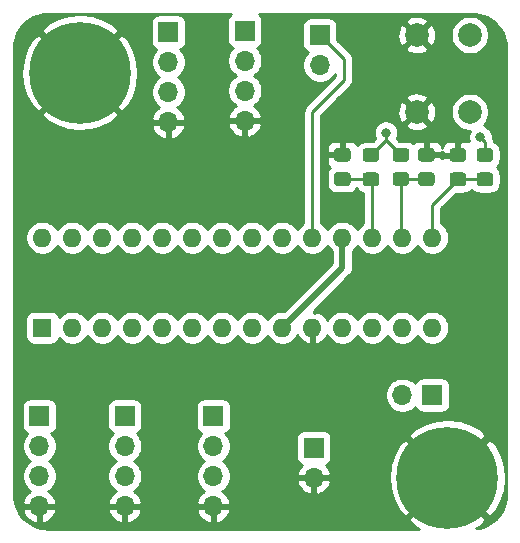
<source format=gbr>
%TF.GenerationSoftware,KiCad,Pcbnew,(5.1.6)-1*%
%TF.CreationDate,2020-09-04T23:44:55+02:00*%
%TF.ProjectId,gpioexpander3,6770696f-6578-4706-916e-646572332e6b,rev?*%
%TF.SameCoordinates,Original*%
%TF.FileFunction,Copper,L2,Bot*%
%TF.FilePolarity,Positive*%
%FSLAX46Y46*%
G04 Gerber Fmt 4.6, Leading zero omitted, Abs format (unit mm)*
G04 Created by KiCad (PCBNEW (5.1.6)-1) date 2020-09-04 23:44:55*
%MOMM*%
%LPD*%
G01*
G04 APERTURE LIST*
%TA.AperFunction,ComponentPad*%
%ADD10O,1.700000X1.700000*%
%TD*%
%TA.AperFunction,ComponentPad*%
%ADD11R,1.700000X1.700000*%
%TD*%
%TA.AperFunction,ComponentPad*%
%ADD12O,1.600000X1.600000*%
%TD*%
%TA.AperFunction,ComponentPad*%
%ADD13R,1.600000X1.600000*%
%TD*%
%TA.AperFunction,ComponentPad*%
%ADD14C,2.000000*%
%TD*%
%TA.AperFunction,ComponentPad*%
%ADD15C,0.900000*%
%TD*%
%TA.AperFunction,ComponentPad*%
%ADD16C,8.600000*%
%TD*%
%TA.AperFunction,ViaPad*%
%ADD17C,0.800000*%
%TD*%
%TA.AperFunction,Conductor*%
%ADD18C,0.500000*%
%TD*%
%TA.AperFunction,Conductor*%
%ADD19C,0.250000*%
%TD*%
%TA.AperFunction,Conductor*%
%ADD20C,0.254000*%
%TD*%
G04 APERTURE END LIST*
%TO.P,R9,2*%
%TO.N,GND*%
%TA.AperFunction,SMDPad,CuDef*%
G36*
G01*
X152215001Y-74217000D02*
X151314999Y-74217000D01*
G75*
G02*
X151065000Y-73967001I0J249999D01*
G01*
X151065000Y-73316999D01*
G75*
G02*
X151314999Y-73067000I249999J0D01*
G01*
X152215001Y-73067000D01*
G75*
G02*
X152465000Y-73316999I0J-249999D01*
G01*
X152465000Y-73967001D01*
G75*
G02*
X152215001Y-74217000I-249999J0D01*
G01*
G37*
%TD.AperFunction*%
%TO.P,R9,1*%
%TO.N,/A2*%
%TA.AperFunction,SMDPad,CuDef*%
G36*
G01*
X152215001Y-76267000D02*
X151314999Y-76267000D01*
G75*
G02*
X151065000Y-76017001I0J249999D01*
G01*
X151065000Y-75366999D01*
G75*
G02*
X151314999Y-75117000I249999J0D01*
G01*
X152215001Y-75117000D01*
G75*
G02*
X152465000Y-75366999I0J-249999D01*
G01*
X152465000Y-76017001D01*
G75*
G02*
X152215001Y-76267000I-249999J0D01*
G01*
G37*
%TD.AperFunction*%
%TD*%
%TO.P,R8,2*%
%TO.N,/A2*%
%TA.AperFunction,SMDPad,CuDef*%
G36*
G01*
X153727999Y-75135000D02*
X154628001Y-75135000D01*
G75*
G02*
X154878000Y-75384999I0J-249999D01*
G01*
X154878000Y-76035001D01*
G75*
G02*
X154628001Y-76285000I-249999J0D01*
G01*
X153727999Y-76285000D01*
G75*
G02*
X153478000Y-76035001I0J249999D01*
G01*
X153478000Y-75384999D01*
G75*
G02*
X153727999Y-75135000I249999J0D01*
G01*
G37*
%TD.AperFunction*%
%TO.P,R8,1*%
%TO.N,+3V3*%
%TA.AperFunction,SMDPad,CuDef*%
G36*
G01*
X153727999Y-73085000D02*
X154628001Y-73085000D01*
G75*
G02*
X154878000Y-73334999I0J-249999D01*
G01*
X154878000Y-73985001D01*
G75*
G02*
X154628001Y-74235000I-249999J0D01*
G01*
X153727999Y-74235000D01*
G75*
G02*
X153478000Y-73985001I0J249999D01*
G01*
X153478000Y-73334999D01*
G75*
G02*
X153727999Y-73085000I249999J0D01*
G01*
G37*
%TD.AperFunction*%
%TD*%
%TO.P,R7,2*%
%TO.N,GND*%
%TA.AperFunction,SMDPad,CuDef*%
G36*
G01*
X159327001Y-74217000D02*
X158426999Y-74217000D01*
G75*
G02*
X158177000Y-73967001I0J249999D01*
G01*
X158177000Y-73316999D01*
G75*
G02*
X158426999Y-73067000I249999J0D01*
G01*
X159327001Y-73067000D01*
G75*
G02*
X159577000Y-73316999I0J-249999D01*
G01*
X159577000Y-73967001D01*
G75*
G02*
X159327001Y-74217000I-249999J0D01*
G01*
G37*
%TD.AperFunction*%
%TO.P,R7,1*%
%TO.N,/A1*%
%TA.AperFunction,SMDPad,CuDef*%
G36*
G01*
X159327001Y-76267000D02*
X158426999Y-76267000D01*
G75*
G02*
X158177000Y-76017001I0J249999D01*
G01*
X158177000Y-75366999D01*
G75*
G02*
X158426999Y-75117000I249999J0D01*
G01*
X159327001Y-75117000D01*
G75*
G02*
X159577000Y-75366999I0J-249999D01*
G01*
X159577000Y-76017001D01*
G75*
G02*
X159327001Y-76267000I-249999J0D01*
G01*
G37*
%TD.AperFunction*%
%TD*%
%TO.P,R6,2*%
%TO.N,/A1*%
%TA.AperFunction,SMDPad,CuDef*%
G36*
G01*
X156267999Y-75117000D02*
X157168001Y-75117000D01*
G75*
G02*
X157418000Y-75366999I0J-249999D01*
G01*
X157418000Y-76017001D01*
G75*
G02*
X157168001Y-76267000I-249999J0D01*
G01*
X156267999Y-76267000D01*
G75*
G02*
X156018000Y-76017001I0J249999D01*
G01*
X156018000Y-75366999D01*
G75*
G02*
X156267999Y-75117000I249999J0D01*
G01*
G37*
%TD.AperFunction*%
%TO.P,R6,1*%
%TO.N,+3V3*%
%TA.AperFunction,SMDPad,CuDef*%
G36*
G01*
X156267999Y-73067000D02*
X157168001Y-73067000D01*
G75*
G02*
X157418000Y-73316999I0J-249999D01*
G01*
X157418000Y-73967001D01*
G75*
G02*
X157168001Y-74217000I-249999J0D01*
G01*
X156267999Y-74217000D01*
G75*
G02*
X156018000Y-73967001I0J249999D01*
G01*
X156018000Y-73316999D01*
G75*
G02*
X156267999Y-73067000I249999J0D01*
G01*
G37*
%TD.AperFunction*%
%TD*%
%TO.P,R5,2*%
%TO.N,GND*%
%TA.AperFunction,SMDPad,CuDef*%
G36*
G01*
X161994001Y-74235000D02*
X161093999Y-74235000D01*
G75*
G02*
X160844000Y-73985001I0J249999D01*
G01*
X160844000Y-73334999D01*
G75*
G02*
X161093999Y-73085000I249999J0D01*
G01*
X161994001Y-73085000D01*
G75*
G02*
X162244000Y-73334999I0J-249999D01*
G01*
X162244000Y-73985001D01*
G75*
G02*
X161994001Y-74235000I-249999J0D01*
G01*
G37*
%TD.AperFunction*%
%TO.P,R5,1*%
%TO.N,/A0*%
%TA.AperFunction,SMDPad,CuDef*%
G36*
G01*
X161994001Y-76285000D02*
X161093999Y-76285000D01*
G75*
G02*
X160844000Y-76035001I0J249999D01*
G01*
X160844000Y-75384999D01*
G75*
G02*
X161093999Y-75135000I249999J0D01*
G01*
X161994001Y-75135000D01*
G75*
G02*
X162244000Y-75384999I0J-249999D01*
G01*
X162244000Y-76035001D01*
G75*
G02*
X161994001Y-76285000I-249999J0D01*
G01*
G37*
%TD.AperFunction*%
%TD*%
%TO.P,R4,2*%
%TO.N,/A0*%
%TA.AperFunction,SMDPad,CuDef*%
G36*
G01*
X163379999Y-75135000D02*
X164280001Y-75135000D01*
G75*
G02*
X164530000Y-75384999I0J-249999D01*
G01*
X164530000Y-76035001D01*
G75*
G02*
X164280001Y-76285000I-249999J0D01*
G01*
X163379999Y-76285000D01*
G75*
G02*
X163130000Y-76035001I0J249999D01*
G01*
X163130000Y-75384999D01*
G75*
G02*
X163379999Y-75135000I249999J0D01*
G01*
G37*
%TD.AperFunction*%
%TO.P,R4,1*%
%TO.N,+3V3*%
%TA.AperFunction,SMDPad,CuDef*%
G36*
G01*
X163379999Y-73085000D02*
X164280001Y-73085000D01*
G75*
G02*
X164530000Y-73334999I0J-249999D01*
G01*
X164530000Y-73985001D01*
G75*
G02*
X164280001Y-74235000I-249999J0D01*
G01*
X163379999Y-74235000D01*
G75*
G02*
X163130000Y-73985001I0J249999D01*
G01*
X163130000Y-73334999D01*
G75*
G02*
X163379999Y-73085000I249999J0D01*
G01*
G37*
%TD.AperFunction*%
%TD*%
D10*
%TO.P,J7,4*%
%TO.N,GND*%
X140843000Y-103378000D03*
%TO.P,J7,3*%
%TO.N,Net-(J7-Pad3)*%
X140843000Y-100838000D03*
%TO.P,J7,2*%
%TO.N,Net-(J7-Pad2)*%
X140843000Y-98298000D03*
D11*
%TO.P,J7,1*%
%TO.N,Net-(J7-Pad1)*%
X140843000Y-95758000D03*
%TD*%
D10*
%TO.P,J1,2*%
%TO.N,GND*%
X149352000Y-100965000D03*
D11*
%TO.P,J1,1*%
%TO.N,+3V3*%
X149352000Y-98425000D03*
%TD*%
D12*
%TO.P,U1,28*%
%TO.N,Net-(J5-Pad2)*%
X126365000Y-80645000D03*
%TO.P,U1,14*%
%TO.N,N/C*%
X159385000Y-88265000D03*
%TO.P,U1,27*%
%TO.N,Net-(J5-Pad1)*%
X128905000Y-80645000D03*
%TO.P,U1,13*%
%TO.N,Net-(J2-Pad1)*%
X156845000Y-88265000D03*
%TO.P,U1,26*%
%TO.N,Net-(J4-Pad3)*%
X131445000Y-80645000D03*
%TO.P,U1,12*%
%TO.N,Net-(J2-Pad2)*%
X154305000Y-88265000D03*
%TO.P,U1,25*%
%TO.N,Net-(J4-Pad2)*%
X133985000Y-80645000D03*
%TO.P,U1,11*%
%TO.N,N/C*%
X151765000Y-88265000D03*
%TO.P,U1,24*%
%TO.N,Net-(J4-Pad1)*%
X136525000Y-80645000D03*
%TO.P,U1,10*%
%TO.N,GND*%
X149225000Y-88265000D03*
%TO.P,U1,23*%
%TO.N,Net-(J3-Pad3)*%
X139065000Y-80645000D03*
%TO.P,U1,9*%
%TO.N,+3V3*%
X146685000Y-88265000D03*
%TO.P,U1,22*%
%TO.N,Net-(J3-Pad2)*%
X141605000Y-80645000D03*
%TO.P,U1,8*%
%TO.N,/Action*%
X144145000Y-88265000D03*
%TO.P,U1,21*%
%TO.N,Net-(J3-Pad1)*%
X144145000Y-80645000D03*
%TO.P,U1,7*%
%TO.N,Net-(J7-Pad3)*%
X141605000Y-88265000D03*
%TO.P,U1,20*%
%TO.N,Net-(J8-Pad2)*%
X146685000Y-80645000D03*
%TO.P,U1,6*%
%TO.N,Net-(J7-Pad2)*%
X139065000Y-88265000D03*
%TO.P,U1,19*%
%TO.N,Net-(J8-Pad1)*%
X149225000Y-80645000D03*
%TO.P,U1,5*%
%TO.N,Net-(J7-Pad1)*%
X136525000Y-88265000D03*
%TO.P,U1,18*%
%TO.N,+3V3*%
X151765000Y-80645000D03*
%TO.P,U1,4*%
%TO.N,Net-(J6-Pad3)*%
X133985000Y-88265000D03*
%TO.P,U1,17*%
%TO.N,/A2*%
X154305000Y-80645000D03*
%TO.P,U1,3*%
%TO.N,Net-(J6-Pad2)*%
X131445000Y-88265000D03*
%TO.P,U1,16*%
%TO.N,/A1*%
X156845000Y-80645000D03*
%TO.P,U1,2*%
%TO.N,Net-(J6-Pad1)*%
X128905000Y-88265000D03*
%TO.P,U1,15*%
%TO.N,/A0*%
X159385000Y-80645000D03*
D13*
%TO.P,U1,1*%
%TO.N,Net-(J5-Pad3)*%
X126365000Y-88265000D03*
%TD*%
D14*
%TO.P,SW1,1*%
%TO.N,/Action*%
X162560000Y-70000000D03*
%TO.P,SW1,2*%
%TO.N,GND*%
X158060000Y-70000000D03*
%TO.P,SW1,1*%
%TO.N,/Action*%
X162560000Y-63500000D03*
%TO.P,SW1,2*%
%TO.N,GND*%
X158060000Y-63500000D03*
%TD*%
D10*
%TO.P,J8,2*%
%TO.N,Net-(J8-Pad2)*%
X149860000Y-66040000D03*
D11*
%TO.P,J8,1*%
%TO.N,Net-(J8-Pad1)*%
X149860000Y-63500000D03*
%TD*%
D10*
%TO.P,J6,4*%
%TO.N,GND*%
X133350000Y-103378000D03*
%TO.P,J6,3*%
%TO.N,Net-(J6-Pad3)*%
X133350000Y-100838000D03*
%TO.P,J6,2*%
%TO.N,Net-(J6-Pad2)*%
X133350000Y-98298000D03*
D11*
%TO.P,J6,1*%
%TO.N,Net-(J6-Pad1)*%
X133350000Y-95758000D03*
%TD*%
D10*
%TO.P,J5,4*%
%TO.N,GND*%
X126111000Y-103378000D03*
%TO.P,J5,3*%
%TO.N,Net-(J5-Pad3)*%
X126111000Y-100838000D03*
%TO.P,J5,2*%
%TO.N,Net-(J5-Pad2)*%
X126111000Y-98298000D03*
D11*
%TO.P,J5,1*%
%TO.N,Net-(J5-Pad1)*%
X126111000Y-95758000D03*
%TD*%
D10*
%TO.P,J4,4*%
%TO.N,GND*%
X137033000Y-70866000D03*
%TO.P,J4,3*%
%TO.N,Net-(J4-Pad3)*%
X137033000Y-68326000D03*
%TO.P,J4,2*%
%TO.N,Net-(J4-Pad2)*%
X137033000Y-65786000D03*
D11*
%TO.P,J4,1*%
%TO.N,Net-(J4-Pad1)*%
X137033000Y-63246000D03*
%TD*%
D10*
%TO.P,J3,4*%
%TO.N,GND*%
X143510000Y-70739000D03*
%TO.P,J3,3*%
%TO.N,Net-(J3-Pad3)*%
X143510000Y-68199000D03*
%TO.P,J3,2*%
%TO.N,Net-(J3-Pad2)*%
X143510000Y-65659000D03*
D11*
%TO.P,J3,1*%
%TO.N,Net-(J3-Pad1)*%
X143510000Y-63119000D03*
%TD*%
D10*
%TO.P,J2,2*%
%TO.N,Net-(J2-Pad2)*%
X156845000Y-93980000D03*
D11*
%TO.P,J2,1*%
%TO.N,Net-(J2-Pad1)*%
X159385000Y-93980000D03*
%TD*%
D15*
%TO.P,H2,1*%
%TO.N,GND*%
X162935419Y-98684581D03*
X160655000Y-97740000D03*
X158374581Y-98684581D03*
X157430000Y-100965000D03*
X158374581Y-103245419D03*
X160655000Y-104190000D03*
X162935419Y-103245419D03*
X163880000Y-100965000D03*
D16*
X160655000Y-100965000D03*
%TD*%
D15*
%TO.P,H1,1*%
%TO.N,GND*%
X131820419Y-64394581D03*
X129540000Y-63450000D03*
X127259581Y-64394581D03*
X126315000Y-66675000D03*
X127259581Y-68955419D03*
X129540000Y-69900000D03*
X131820419Y-68955419D03*
X132765000Y-66675000D03*
D16*
X129540000Y-66675000D03*
%TD*%
D17*
%TO.N,+3V3*%
X155448000Y-71755000D03*
X163449000Y-72136000D03*
%TD*%
D18*
%TO.N,+3V3*%
X151765000Y-83185000D02*
X146685000Y-88265000D01*
X151765000Y-80645000D02*
X151765000Y-83185000D01*
D19*
X155448000Y-72372000D02*
X156718000Y-73642000D01*
X155448000Y-71755000D02*
X155448000Y-72372000D01*
X155448000Y-72390000D02*
X154178000Y-73660000D01*
X155448000Y-71755000D02*
X155448000Y-72390000D01*
X163830000Y-73660000D02*
X163830000Y-72517000D01*
X163830000Y-72517000D02*
X163449000Y-72136000D01*
%TO.N,Net-(J8-Pad1)*%
X149225000Y-80645000D02*
X149225000Y-69977000D01*
X151892000Y-65532000D02*
X149860000Y-63500000D01*
X151892000Y-67310000D02*
X151892000Y-65532000D01*
X149225000Y-69977000D02*
X151892000Y-67310000D01*
%TO.N,/A0*%
X159385000Y-77869000D02*
X161544000Y-75710000D01*
X159385000Y-80645000D02*
X159385000Y-77869000D01*
X161544000Y-75710000D02*
X163830000Y-75710000D01*
%TO.N,/A1*%
X156718000Y-75692000D02*
X158877000Y-75692000D01*
X156718000Y-80518000D02*
X156845000Y-80645000D01*
X156718000Y-75692000D02*
X156718000Y-80518000D01*
%TO.N,/A2*%
X154305000Y-75837000D02*
X154178000Y-75710000D01*
X154305000Y-80645000D02*
X154305000Y-75837000D01*
X154160000Y-75692000D02*
X154178000Y-75710000D01*
X151765000Y-75692000D02*
X154160000Y-75692000D01*
%TD*%
D20*
%TO.N,GND*%
G36*
X128639079Y-61798649D02*
G01*
X127705062Y-62068107D01*
X126841560Y-62514606D01*
X126728946Y-62589851D01*
X126236787Y-63192182D01*
X129540000Y-66495395D01*
X132843213Y-63192182D01*
X132351054Y-62589851D01*
X132000002Y-62396000D01*
X135544928Y-62396000D01*
X135544928Y-64096000D01*
X135557188Y-64220482D01*
X135593498Y-64340180D01*
X135652463Y-64450494D01*
X135731815Y-64547185D01*
X135828506Y-64626537D01*
X135938820Y-64685502D01*
X136011380Y-64707513D01*
X135879525Y-64839368D01*
X135717010Y-65082589D01*
X135605068Y-65352842D01*
X135548000Y-65639740D01*
X135548000Y-65932260D01*
X135605068Y-66219158D01*
X135717010Y-66489411D01*
X135879525Y-66732632D01*
X136086368Y-66939475D01*
X136260760Y-67056000D01*
X136086368Y-67172525D01*
X135879525Y-67379368D01*
X135717010Y-67622589D01*
X135605068Y-67892842D01*
X135548000Y-68179740D01*
X135548000Y-68472260D01*
X135605068Y-68759158D01*
X135717010Y-69029411D01*
X135879525Y-69272632D01*
X136086368Y-69479475D01*
X136268534Y-69601195D01*
X136151645Y-69670822D01*
X135935412Y-69865731D01*
X135761359Y-70099080D01*
X135636175Y-70361901D01*
X135591524Y-70509110D01*
X135712845Y-70739000D01*
X136906000Y-70739000D01*
X136906000Y-70719000D01*
X137160000Y-70719000D01*
X137160000Y-70739000D01*
X138353155Y-70739000D01*
X138474476Y-70509110D01*
X138429825Y-70361901D01*
X138304641Y-70099080D01*
X138130588Y-69865731D01*
X137914355Y-69670822D01*
X137797466Y-69601195D01*
X137979632Y-69479475D01*
X138186475Y-69272632D01*
X138348990Y-69029411D01*
X138460932Y-68759158D01*
X138518000Y-68472260D01*
X138518000Y-68179740D01*
X138460932Y-67892842D01*
X138348990Y-67622589D01*
X138186475Y-67379368D01*
X137979632Y-67172525D01*
X137805240Y-67056000D01*
X137979632Y-66939475D01*
X138186475Y-66732632D01*
X138348990Y-66489411D01*
X138460932Y-66219158D01*
X138518000Y-65932260D01*
X138518000Y-65639740D01*
X138460932Y-65352842D01*
X138348990Y-65082589D01*
X138186475Y-64839368D01*
X138054620Y-64707513D01*
X138127180Y-64685502D01*
X138237494Y-64626537D01*
X138334185Y-64547185D01*
X138413537Y-64450494D01*
X138472502Y-64340180D01*
X138508812Y-64220482D01*
X138521072Y-64096000D01*
X138521072Y-62396000D01*
X138508812Y-62271518D01*
X138472502Y-62151820D01*
X138413537Y-62041506D01*
X138334185Y-61944815D01*
X138237494Y-61865463D01*
X138127180Y-61806498D01*
X138007482Y-61770188D01*
X137883000Y-61757928D01*
X136183000Y-61757928D01*
X136058518Y-61770188D01*
X135938820Y-61806498D01*
X135828506Y-61865463D01*
X135731815Y-61944815D01*
X135652463Y-62041506D01*
X135593498Y-62151820D01*
X135557188Y-62271518D01*
X135544928Y-62396000D01*
X132000002Y-62396000D01*
X131500067Y-62119937D01*
X130573757Y-61825071D01*
X129655930Y-61722000D01*
X142336306Y-61722000D01*
X142305506Y-61738463D01*
X142208815Y-61817815D01*
X142129463Y-61914506D01*
X142070498Y-62024820D01*
X142034188Y-62144518D01*
X142021928Y-62269000D01*
X142021928Y-63969000D01*
X142034188Y-64093482D01*
X142070498Y-64213180D01*
X142129463Y-64323494D01*
X142208815Y-64420185D01*
X142305506Y-64499537D01*
X142415820Y-64558502D01*
X142488380Y-64580513D01*
X142356525Y-64712368D01*
X142194010Y-64955589D01*
X142082068Y-65225842D01*
X142025000Y-65512740D01*
X142025000Y-65805260D01*
X142082068Y-66092158D01*
X142194010Y-66362411D01*
X142356525Y-66605632D01*
X142563368Y-66812475D01*
X142737760Y-66929000D01*
X142563368Y-67045525D01*
X142356525Y-67252368D01*
X142194010Y-67495589D01*
X142082068Y-67765842D01*
X142025000Y-68052740D01*
X142025000Y-68345260D01*
X142082068Y-68632158D01*
X142194010Y-68902411D01*
X142356525Y-69145632D01*
X142563368Y-69352475D01*
X142745534Y-69474195D01*
X142628645Y-69543822D01*
X142412412Y-69738731D01*
X142238359Y-69972080D01*
X142113175Y-70234901D01*
X142068524Y-70382110D01*
X142189845Y-70612000D01*
X143383000Y-70612000D01*
X143383000Y-70592000D01*
X143637000Y-70592000D01*
X143637000Y-70612000D01*
X144830155Y-70612000D01*
X144951476Y-70382110D01*
X144906825Y-70234901D01*
X144781641Y-69972080D01*
X144607588Y-69738731D01*
X144391355Y-69543822D01*
X144274466Y-69474195D01*
X144456632Y-69352475D01*
X144663475Y-69145632D01*
X144825990Y-68902411D01*
X144937932Y-68632158D01*
X144995000Y-68345260D01*
X144995000Y-68052740D01*
X144937932Y-67765842D01*
X144825990Y-67495589D01*
X144663475Y-67252368D01*
X144456632Y-67045525D01*
X144282240Y-66929000D01*
X144456632Y-66812475D01*
X144663475Y-66605632D01*
X144825990Y-66362411D01*
X144937932Y-66092158D01*
X144995000Y-65805260D01*
X144995000Y-65512740D01*
X144937932Y-65225842D01*
X144825990Y-64955589D01*
X144663475Y-64712368D01*
X144531620Y-64580513D01*
X144604180Y-64558502D01*
X144714494Y-64499537D01*
X144811185Y-64420185D01*
X144890537Y-64323494D01*
X144949502Y-64213180D01*
X144985812Y-64093482D01*
X144998072Y-63969000D01*
X144998072Y-62269000D01*
X144985812Y-62144518D01*
X144949502Y-62024820D01*
X144890537Y-61914506D01*
X144811185Y-61817815D01*
X144714494Y-61738463D01*
X144683694Y-61722000D01*
X162731440Y-61722000D01*
X163056646Y-61740263D01*
X163374266Y-61794228D01*
X163683818Y-61883409D01*
X163981468Y-62006700D01*
X164263421Y-62162529D01*
X164526156Y-62348951D01*
X164766376Y-62563624D01*
X164981049Y-62803844D01*
X165167471Y-63066579D01*
X165323300Y-63348532D01*
X165446591Y-63646182D01*
X165535772Y-63955734D01*
X165589737Y-64273354D01*
X165608000Y-64598560D01*
X165608000Y-100968814D01*
X165531351Y-100064079D01*
X165261893Y-99130062D01*
X164815394Y-98266560D01*
X164740149Y-98153946D01*
X164137818Y-97661787D01*
X160834605Y-100965000D01*
X164137818Y-104268213D01*
X164740149Y-103776054D01*
X165210063Y-102925067D01*
X165504929Y-101998757D01*
X165608000Y-101080930D01*
X165608000Y-102406440D01*
X165589737Y-102731646D01*
X165535772Y-103049266D01*
X165446591Y-103358818D01*
X165323300Y-103656468D01*
X165167471Y-103938421D01*
X164981049Y-104201156D01*
X164766376Y-104441376D01*
X164526156Y-104656049D01*
X164263421Y-104842471D01*
X163981468Y-104998300D01*
X163683818Y-105121591D01*
X163374266Y-105210772D01*
X163097326Y-105257825D01*
X163353440Y-105125394D01*
X163466054Y-105050149D01*
X163958213Y-104447818D01*
X160655000Y-101144605D01*
X157351787Y-104447818D01*
X157843946Y-105050149D01*
X158265626Y-105283000D01*
X126828560Y-105283000D01*
X126503354Y-105264737D01*
X126185734Y-105210772D01*
X125876182Y-105121591D01*
X125578532Y-104998300D01*
X125296579Y-104842471D01*
X125033844Y-104656049D01*
X124793624Y-104441376D01*
X124578951Y-104201156D01*
X124392529Y-103938421D01*
X124280043Y-103734890D01*
X124669524Y-103734890D01*
X124714175Y-103882099D01*
X124839359Y-104144920D01*
X125013412Y-104378269D01*
X125229645Y-104573178D01*
X125479748Y-104722157D01*
X125754109Y-104819481D01*
X125984000Y-104698814D01*
X125984000Y-103505000D01*
X126238000Y-103505000D01*
X126238000Y-104698814D01*
X126467891Y-104819481D01*
X126742252Y-104722157D01*
X126992355Y-104573178D01*
X127208588Y-104378269D01*
X127382641Y-104144920D01*
X127507825Y-103882099D01*
X127552476Y-103734890D01*
X131908524Y-103734890D01*
X131953175Y-103882099D01*
X132078359Y-104144920D01*
X132252412Y-104378269D01*
X132468645Y-104573178D01*
X132718748Y-104722157D01*
X132993109Y-104819481D01*
X133223000Y-104698814D01*
X133223000Y-103505000D01*
X133477000Y-103505000D01*
X133477000Y-104698814D01*
X133706891Y-104819481D01*
X133981252Y-104722157D01*
X134231355Y-104573178D01*
X134447588Y-104378269D01*
X134621641Y-104144920D01*
X134746825Y-103882099D01*
X134791476Y-103734890D01*
X139401524Y-103734890D01*
X139446175Y-103882099D01*
X139571359Y-104144920D01*
X139745412Y-104378269D01*
X139961645Y-104573178D01*
X140211748Y-104722157D01*
X140486109Y-104819481D01*
X140716000Y-104698814D01*
X140716000Y-103505000D01*
X140970000Y-103505000D01*
X140970000Y-104698814D01*
X141199891Y-104819481D01*
X141474252Y-104722157D01*
X141724355Y-104573178D01*
X141940588Y-104378269D01*
X142114641Y-104144920D01*
X142239825Y-103882099D01*
X142284476Y-103734890D01*
X142163155Y-103505000D01*
X140970000Y-103505000D01*
X140716000Y-103505000D01*
X139522845Y-103505000D01*
X139401524Y-103734890D01*
X134791476Y-103734890D01*
X134670155Y-103505000D01*
X133477000Y-103505000D01*
X133223000Y-103505000D01*
X132029845Y-103505000D01*
X131908524Y-103734890D01*
X127552476Y-103734890D01*
X127431155Y-103505000D01*
X126238000Y-103505000D01*
X125984000Y-103505000D01*
X124790845Y-103505000D01*
X124669524Y-103734890D01*
X124280043Y-103734890D01*
X124236700Y-103656468D01*
X124113409Y-103358818D01*
X124024228Y-103049266D01*
X123970263Y-102731646D01*
X123952000Y-102406440D01*
X123952000Y-94908000D01*
X124622928Y-94908000D01*
X124622928Y-96608000D01*
X124635188Y-96732482D01*
X124671498Y-96852180D01*
X124730463Y-96962494D01*
X124809815Y-97059185D01*
X124906506Y-97138537D01*
X125016820Y-97197502D01*
X125089380Y-97219513D01*
X124957525Y-97351368D01*
X124795010Y-97594589D01*
X124683068Y-97864842D01*
X124626000Y-98151740D01*
X124626000Y-98444260D01*
X124683068Y-98731158D01*
X124795010Y-99001411D01*
X124957525Y-99244632D01*
X125164368Y-99451475D01*
X125338760Y-99568000D01*
X125164368Y-99684525D01*
X124957525Y-99891368D01*
X124795010Y-100134589D01*
X124683068Y-100404842D01*
X124626000Y-100691740D01*
X124626000Y-100984260D01*
X124683068Y-101271158D01*
X124795010Y-101541411D01*
X124957525Y-101784632D01*
X125164368Y-101991475D01*
X125346534Y-102113195D01*
X125229645Y-102182822D01*
X125013412Y-102377731D01*
X124839359Y-102611080D01*
X124714175Y-102873901D01*
X124669524Y-103021110D01*
X124790845Y-103251000D01*
X125984000Y-103251000D01*
X125984000Y-103231000D01*
X126238000Y-103231000D01*
X126238000Y-103251000D01*
X127431155Y-103251000D01*
X127552476Y-103021110D01*
X127507825Y-102873901D01*
X127382641Y-102611080D01*
X127208588Y-102377731D01*
X126992355Y-102182822D01*
X126875466Y-102113195D01*
X127057632Y-101991475D01*
X127264475Y-101784632D01*
X127426990Y-101541411D01*
X127538932Y-101271158D01*
X127596000Y-100984260D01*
X127596000Y-100691740D01*
X127538932Y-100404842D01*
X127426990Y-100134589D01*
X127264475Y-99891368D01*
X127057632Y-99684525D01*
X126883240Y-99568000D01*
X127057632Y-99451475D01*
X127264475Y-99244632D01*
X127426990Y-99001411D01*
X127538932Y-98731158D01*
X127596000Y-98444260D01*
X127596000Y-98151740D01*
X127538932Y-97864842D01*
X127426990Y-97594589D01*
X127264475Y-97351368D01*
X127132620Y-97219513D01*
X127205180Y-97197502D01*
X127315494Y-97138537D01*
X127412185Y-97059185D01*
X127491537Y-96962494D01*
X127550502Y-96852180D01*
X127586812Y-96732482D01*
X127599072Y-96608000D01*
X127599072Y-94908000D01*
X131861928Y-94908000D01*
X131861928Y-96608000D01*
X131874188Y-96732482D01*
X131910498Y-96852180D01*
X131969463Y-96962494D01*
X132048815Y-97059185D01*
X132145506Y-97138537D01*
X132255820Y-97197502D01*
X132328380Y-97219513D01*
X132196525Y-97351368D01*
X132034010Y-97594589D01*
X131922068Y-97864842D01*
X131865000Y-98151740D01*
X131865000Y-98444260D01*
X131922068Y-98731158D01*
X132034010Y-99001411D01*
X132196525Y-99244632D01*
X132403368Y-99451475D01*
X132577760Y-99568000D01*
X132403368Y-99684525D01*
X132196525Y-99891368D01*
X132034010Y-100134589D01*
X131922068Y-100404842D01*
X131865000Y-100691740D01*
X131865000Y-100984260D01*
X131922068Y-101271158D01*
X132034010Y-101541411D01*
X132196525Y-101784632D01*
X132403368Y-101991475D01*
X132585534Y-102113195D01*
X132468645Y-102182822D01*
X132252412Y-102377731D01*
X132078359Y-102611080D01*
X131953175Y-102873901D01*
X131908524Y-103021110D01*
X132029845Y-103251000D01*
X133223000Y-103251000D01*
X133223000Y-103231000D01*
X133477000Y-103231000D01*
X133477000Y-103251000D01*
X134670155Y-103251000D01*
X134791476Y-103021110D01*
X134746825Y-102873901D01*
X134621641Y-102611080D01*
X134447588Y-102377731D01*
X134231355Y-102182822D01*
X134114466Y-102113195D01*
X134296632Y-101991475D01*
X134503475Y-101784632D01*
X134665990Y-101541411D01*
X134777932Y-101271158D01*
X134835000Y-100984260D01*
X134835000Y-100691740D01*
X134777932Y-100404842D01*
X134665990Y-100134589D01*
X134503475Y-99891368D01*
X134296632Y-99684525D01*
X134122240Y-99568000D01*
X134296632Y-99451475D01*
X134503475Y-99244632D01*
X134665990Y-99001411D01*
X134777932Y-98731158D01*
X134835000Y-98444260D01*
X134835000Y-98151740D01*
X134777932Y-97864842D01*
X134665990Y-97594589D01*
X134503475Y-97351368D01*
X134371620Y-97219513D01*
X134444180Y-97197502D01*
X134554494Y-97138537D01*
X134651185Y-97059185D01*
X134730537Y-96962494D01*
X134789502Y-96852180D01*
X134825812Y-96732482D01*
X134838072Y-96608000D01*
X134838072Y-94908000D01*
X139354928Y-94908000D01*
X139354928Y-96608000D01*
X139367188Y-96732482D01*
X139403498Y-96852180D01*
X139462463Y-96962494D01*
X139541815Y-97059185D01*
X139638506Y-97138537D01*
X139748820Y-97197502D01*
X139821380Y-97219513D01*
X139689525Y-97351368D01*
X139527010Y-97594589D01*
X139415068Y-97864842D01*
X139358000Y-98151740D01*
X139358000Y-98444260D01*
X139415068Y-98731158D01*
X139527010Y-99001411D01*
X139689525Y-99244632D01*
X139896368Y-99451475D01*
X140070760Y-99568000D01*
X139896368Y-99684525D01*
X139689525Y-99891368D01*
X139527010Y-100134589D01*
X139415068Y-100404842D01*
X139358000Y-100691740D01*
X139358000Y-100984260D01*
X139415068Y-101271158D01*
X139527010Y-101541411D01*
X139689525Y-101784632D01*
X139896368Y-101991475D01*
X140078534Y-102113195D01*
X139961645Y-102182822D01*
X139745412Y-102377731D01*
X139571359Y-102611080D01*
X139446175Y-102873901D01*
X139401524Y-103021110D01*
X139522845Y-103251000D01*
X140716000Y-103251000D01*
X140716000Y-103231000D01*
X140970000Y-103231000D01*
X140970000Y-103251000D01*
X142163155Y-103251000D01*
X142284476Y-103021110D01*
X142239825Y-102873901D01*
X142114641Y-102611080D01*
X141940588Y-102377731D01*
X141724355Y-102182822D01*
X141607466Y-102113195D01*
X141789632Y-101991475D01*
X141996475Y-101784632D01*
X142158990Y-101541411D01*
X142249918Y-101321890D01*
X147910524Y-101321890D01*
X147955175Y-101469099D01*
X148080359Y-101731920D01*
X148254412Y-101965269D01*
X148470645Y-102160178D01*
X148720748Y-102309157D01*
X148995109Y-102406481D01*
X149225000Y-102285814D01*
X149225000Y-101092000D01*
X149479000Y-101092000D01*
X149479000Y-102285814D01*
X149708891Y-102406481D01*
X149983252Y-102309157D01*
X150233355Y-102160178D01*
X150449588Y-101965269D01*
X150623641Y-101731920D01*
X150748825Y-101469099D01*
X150793476Y-101321890D01*
X150672155Y-101092000D01*
X149479000Y-101092000D01*
X149225000Y-101092000D01*
X148031845Y-101092000D01*
X147910524Y-101321890D01*
X142249918Y-101321890D01*
X142270932Y-101271158D01*
X142328000Y-100984260D01*
X142328000Y-100897281D01*
X155696586Y-100897281D01*
X155778649Y-101865921D01*
X156048107Y-102799938D01*
X156494606Y-103663440D01*
X156569851Y-103776054D01*
X157172182Y-104268213D01*
X160475395Y-100965000D01*
X157172182Y-97661787D01*
X156569851Y-98153946D01*
X156099937Y-99004933D01*
X155805071Y-99931243D01*
X155696586Y-100897281D01*
X142328000Y-100897281D01*
X142328000Y-100691740D01*
X142270932Y-100404842D01*
X142158990Y-100134589D01*
X141996475Y-99891368D01*
X141789632Y-99684525D01*
X141615240Y-99568000D01*
X141789632Y-99451475D01*
X141996475Y-99244632D01*
X142158990Y-99001411D01*
X142270932Y-98731158D01*
X142328000Y-98444260D01*
X142328000Y-98151740D01*
X142270932Y-97864842D01*
X142158990Y-97594589D01*
X142145902Y-97575000D01*
X147863928Y-97575000D01*
X147863928Y-99275000D01*
X147876188Y-99399482D01*
X147912498Y-99519180D01*
X147971463Y-99629494D01*
X148050815Y-99726185D01*
X148147506Y-99805537D01*
X148257820Y-99864502D01*
X148338466Y-99888966D01*
X148254412Y-99964731D01*
X148080359Y-100198080D01*
X147955175Y-100460901D01*
X147910524Y-100608110D01*
X148031845Y-100838000D01*
X149225000Y-100838000D01*
X149225000Y-100818000D01*
X149479000Y-100818000D01*
X149479000Y-100838000D01*
X150672155Y-100838000D01*
X150793476Y-100608110D01*
X150748825Y-100460901D01*
X150623641Y-100198080D01*
X150449588Y-99964731D01*
X150365534Y-99888966D01*
X150446180Y-99864502D01*
X150556494Y-99805537D01*
X150653185Y-99726185D01*
X150732537Y-99629494D01*
X150791502Y-99519180D01*
X150827812Y-99399482D01*
X150840072Y-99275000D01*
X150840072Y-97575000D01*
X150830931Y-97482182D01*
X157351787Y-97482182D01*
X160655000Y-100785395D01*
X163958213Y-97482182D01*
X163466054Y-96879851D01*
X162615067Y-96409937D01*
X161688757Y-96115071D01*
X160722719Y-96006586D01*
X159754079Y-96088649D01*
X158820062Y-96358107D01*
X157956560Y-96804606D01*
X157843946Y-96879851D01*
X157351787Y-97482182D01*
X150830931Y-97482182D01*
X150827812Y-97450518D01*
X150791502Y-97330820D01*
X150732537Y-97220506D01*
X150653185Y-97123815D01*
X150556494Y-97044463D01*
X150446180Y-96985498D01*
X150326482Y-96949188D01*
X150202000Y-96936928D01*
X148502000Y-96936928D01*
X148377518Y-96949188D01*
X148257820Y-96985498D01*
X148147506Y-97044463D01*
X148050815Y-97123815D01*
X147971463Y-97220506D01*
X147912498Y-97330820D01*
X147876188Y-97450518D01*
X147863928Y-97575000D01*
X142145902Y-97575000D01*
X141996475Y-97351368D01*
X141864620Y-97219513D01*
X141937180Y-97197502D01*
X142047494Y-97138537D01*
X142144185Y-97059185D01*
X142223537Y-96962494D01*
X142282502Y-96852180D01*
X142318812Y-96732482D01*
X142331072Y-96608000D01*
X142331072Y-94908000D01*
X142318812Y-94783518D01*
X142282502Y-94663820D01*
X142223537Y-94553506D01*
X142144185Y-94456815D01*
X142047494Y-94377463D01*
X141937180Y-94318498D01*
X141817482Y-94282188D01*
X141693000Y-94269928D01*
X139993000Y-94269928D01*
X139868518Y-94282188D01*
X139748820Y-94318498D01*
X139638506Y-94377463D01*
X139541815Y-94456815D01*
X139462463Y-94553506D01*
X139403498Y-94663820D01*
X139367188Y-94783518D01*
X139354928Y-94908000D01*
X134838072Y-94908000D01*
X134825812Y-94783518D01*
X134789502Y-94663820D01*
X134730537Y-94553506D01*
X134651185Y-94456815D01*
X134554494Y-94377463D01*
X134444180Y-94318498D01*
X134324482Y-94282188D01*
X134200000Y-94269928D01*
X132500000Y-94269928D01*
X132375518Y-94282188D01*
X132255820Y-94318498D01*
X132145506Y-94377463D01*
X132048815Y-94456815D01*
X131969463Y-94553506D01*
X131910498Y-94663820D01*
X131874188Y-94783518D01*
X131861928Y-94908000D01*
X127599072Y-94908000D01*
X127586812Y-94783518D01*
X127550502Y-94663820D01*
X127491537Y-94553506D01*
X127412185Y-94456815D01*
X127315494Y-94377463D01*
X127205180Y-94318498D01*
X127085482Y-94282188D01*
X126961000Y-94269928D01*
X125261000Y-94269928D01*
X125136518Y-94282188D01*
X125016820Y-94318498D01*
X124906506Y-94377463D01*
X124809815Y-94456815D01*
X124730463Y-94553506D01*
X124671498Y-94663820D01*
X124635188Y-94783518D01*
X124622928Y-94908000D01*
X123952000Y-94908000D01*
X123952000Y-93833740D01*
X155360000Y-93833740D01*
X155360000Y-94126260D01*
X155417068Y-94413158D01*
X155529010Y-94683411D01*
X155691525Y-94926632D01*
X155898368Y-95133475D01*
X156141589Y-95295990D01*
X156411842Y-95407932D01*
X156698740Y-95465000D01*
X156991260Y-95465000D01*
X157278158Y-95407932D01*
X157548411Y-95295990D01*
X157791632Y-95133475D01*
X157923487Y-95001620D01*
X157945498Y-95074180D01*
X158004463Y-95184494D01*
X158083815Y-95281185D01*
X158180506Y-95360537D01*
X158290820Y-95419502D01*
X158410518Y-95455812D01*
X158535000Y-95468072D01*
X160235000Y-95468072D01*
X160359482Y-95455812D01*
X160479180Y-95419502D01*
X160589494Y-95360537D01*
X160686185Y-95281185D01*
X160765537Y-95184494D01*
X160824502Y-95074180D01*
X160860812Y-94954482D01*
X160873072Y-94830000D01*
X160873072Y-93130000D01*
X160860812Y-93005518D01*
X160824502Y-92885820D01*
X160765537Y-92775506D01*
X160686185Y-92678815D01*
X160589494Y-92599463D01*
X160479180Y-92540498D01*
X160359482Y-92504188D01*
X160235000Y-92491928D01*
X158535000Y-92491928D01*
X158410518Y-92504188D01*
X158290820Y-92540498D01*
X158180506Y-92599463D01*
X158083815Y-92678815D01*
X158004463Y-92775506D01*
X157945498Y-92885820D01*
X157923487Y-92958380D01*
X157791632Y-92826525D01*
X157548411Y-92664010D01*
X157278158Y-92552068D01*
X156991260Y-92495000D01*
X156698740Y-92495000D01*
X156411842Y-92552068D01*
X156141589Y-92664010D01*
X155898368Y-92826525D01*
X155691525Y-93033368D01*
X155529010Y-93276589D01*
X155417068Y-93546842D01*
X155360000Y-93833740D01*
X123952000Y-93833740D01*
X123952000Y-87465000D01*
X124926928Y-87465000D01*
X124926928Y-89065000D01*
X124939188Y-89189482D01*
X124975498Y-89309180D01*
X125034463Y-89419494D01*
X125113815Y-89516185D01*
X125210506Y-89595537D01*
X125320820Y-89654502D01*
X125440518Y-89690812D01*
X125565000Y-89703072D01*
X127165000Y-89703072D01*
X127289482Y-89690812D01*
X127409180Y-89654502D01*
X127519494Y-89595537D01*
X127616185Y-89516185D01*
X127695537Y-89419494D01*
X127754502Y-89309180D01*
X127790812Y-89189482D01*
X127791643Y-89181039D01*
X127990241Y-89379637D01*
X128225273Y-89536680D01*
X128486426Y-89644853D01*
X128763665Y-89700000D01*
X129046335Y-89700000D01*
X129323574Y-89644853D01*
X129584727Y-89536680D01*
X129819759Y-89379637D01*
X130019637Y-89179759D01*
X130175000Y-88947241D01*
X130330363Y-89179759D01*
X130530241Y-89379637D01*
X130765273Y-89536680D01*
X131026426Y-89644853D01*
X131303665Y-89700000D01*
X131586335Y-89700000D01*
X131863574Y-89644853D01*
X132124727Y-89536680D01*
X132359759Y-89379637D01*
X132559637Y-89179759D01*
X132715000Y-88947241D01*
X132870363Y-89179759D01*
X133070241Y-89379637D01*
X133305273Y-89536680D01*
X133566426Y-89644853D01*
X133843665Y-89700000D01*
X134126335Y-89700000D01*
X134403574Y-89644853D01*
X134664727Y-89536680D01*
X134899759Y-89379637D01*
X135099637Y-89179759D01*
X135255000Y-88947241D01*
X135410363Y-89179759D01*
X135610241Y-89379637D01*
X135845273Y-89536680D01*
X136106426Y-89644853D01*
X136383665Y-89700000D01*
X136666335Y-89700000D01*
X136943574Y-89644853D01*
X137204727Y-89536680D01*
X137439759Y-89379637D01*
X137639637Y-89179759D01*
X137795000Y-88947241D01*
X137950363Y-89179759D01*
X138150241Y-89379637D01*
X138385273Y-89536680D01*
X138646426Y-89644853D01*
X138923665Y-89700000D01*
X139206335Y-89700000D01*
X139483574Y-89644853D01*
X139744727Y-89536680D01*
X139979759Y-89379637D01*
X140179637Y-89179759D01*
X140335000Y-88947241D01*
X140490363Y-89179759D01*
X140690241Y-89379637D01*
X140925273Y-89536680D01*
X141186426Y-89644853D01*
X141463665Y-89700000D01*
X141746335Y-89700000D01*
X142023574Y-89644853D01*
X142284727Y-89536680D01*
X142519759Y-89379637D01*
X142719637Y-89179759D01*
X142875000Y-88947241D01*
X143030363Y-89179759D01*
X143230241Y-89379637D01*
X143465273Y-89536680D01*
X143726426Y-89644853D01*
X144003665Y-89700000D01*
X144286335Y-89700000D01*
X144563574Y-89644853D01*
X144824727Y-89536680D01*
X145059759Y-89379637D01*
X145259637Y-89179759D01*
X145415000Y-88947241D01*
X145570363Y-89179759D01*
X145770241Y-89379637D01*
X146005273Y-89536680D01*
X146266426Y-89644853D01*
X146543665Y-89700000D01*
X146826335Y-89700000D01*
X147103574Y-89644853D01*
X147364727Y-89536680D01*
X147599759Y-89379637D01*
X147799637Y-89179759D01*
X147956680Y-88944727D01*
X147961067Y-88934135D01*
X148072615Y-89120131D01*
X148261586Y-89328519D01*
X148487580Y-89496037D01*
X148741913Y-89616246D01*
X148875961Y-89656904D01*
X149098000Y-89534915D01*
X149098000Y-88392000D01*
X149078000Y-88392000D01*
X149078000Y-88138000D01*
X149098000Y-88138000D01*
X149098000Y-88118000D01*
X149352000Y-88118000D01*
X149352000Y-88138000D01*
X149372000Y-88138000D01*
X149372000Y-88392000D01*
X149352000Y-88392000D01*
X149352000Y-89534915D01*
X149574039Y-89656904D01*
X149708087Y-89616246D01*
X149962420Y-89496037D01*
X150188414Y-89328519D01*
X150377385Y-89120131D01*
X150488933Y-88934135D01*
X150493320Y-88944727D01*
X150650363Y-89179759D01*
X150850241Y-89379637D01*
X151085273Y-89536680D01*
X151346426Y-89644853D01*
X151623665Y-89700000D01*
X151906335Y-89700000D01*
X152183574Y-89644853D01*
X152444727Y-89536680D01*
X152679759Y-89379637D01*
X152879637Y-89179759D01*
X153035000Y-88947241D01*
X153190363Y-89179759D01*
X153390241Y-89379637D01*
X153625273Y-89536680D01*
X153886426Y-89644853D01*
X154163665Y-89700000D01*
X154446335Y-89700000D01*
X154723574Y-89644853D01*
X154984727Y-89536680D01*
X155219759Y-89379637D01*
X155419637Y-89179759D01*
X155575000Y-88947241D01*
X155730363Y-89179759D01*
X155930241Y-89379637D01*
X156165273Y-89536680D01*
X156426426Y-89644853D01*
X156703665Y-89700000D01*
X156986335Y-89700000D01*
X157263574Y-89644853D01*
X157524727Y-89536680D01*
X157759759Y-89379637D01*
X157959637Y-89179759D01*
X158115000Y-88947241D01*
X158270363Y-89179759D01*
X158470241Y-89379637D01*
X158705273Y-89536680D01*
X158966426Y-89644853D01*
X159243665Y-89700000D01*
X159526335Y-89700000D01*
X159803574Y-89644853D01*
X160064727Y-89536680D01*
X160299759Y-89379637D01*
X160499637Y-89179759D01*
X160656680Y-88944727D01*
X160764853Y-88683574D01*
X160820000Y-88406335D01*
X160820000Y-88123665D01*
X160764853Y-87846426D01*
X160656680Y-87585273D01*
X160499637Y-87350241D01*
X160299759Y-87150363D01*
X160064727Y-86993320D01*
X159803574Y-86885147D01*
X159526335Y-86830000D01*
X159243665Y-86830000D01*
X158966426Y-86885147D01*
X158705273Y-86993320D01*
X158470241Y-87150363D01*
X158270363Y-87350241D01*
X158115000Y-87582759D01*
X157959637Y-87350241D01*
X157759759Y-87150363D01*
X157524727Y-86993320D01*
X157263574Y-86885147D01*
X156986335Y-86830000D01*
X156703665Y-86830000D01*
X156426426Y-86885147D01*
X156165273Y-86993320D01*
X155930241Y-87150363D01*
X155730363Y-87350241D01*
X155575000Y-87582759D01*
X155419637Y-87350241D01*
X155219759Y-87150363D01*
X154984727Y-86993320D01*
X154723574Y-86885147D01*
X154446335Y-86830000D01*
X154163665Y-86830000D01*
X153886426Y-86885147D01*
X153625273Y-86993320D01*
X153390241Y-87150363D01*
X153190363Y-87350241D01*
X153035000Y-87582759D01*
X152879637Y-87350241D01*
X152679759Y-87150363D01*
X152444727Y-86993320D01*
X152183574Y-86885147D01*
X151906335Y-86830000D01*
X151623665Y-86830000D01*
X151346426Y-86885147D01*
X151085273Y-86993320D01*
X150850241Y-87150363D01*
X150650363Y-87350241D01*
X150493320Y-87585273D01*
X150488933Y-87595865D01*
X150377385Y-87409869D01*
X150188414Y-87201481D01*
X149962420Y-87033963D01*
X149708087Y-86913754D01*
X149574039Y-86873096D01*
X149352002Y-86995084D01*
X149352002Y-86849576D01*
X152360049Y-83841530D01*
X152393817Y-83813817D01*
X152504411Y-83679059D01*
X152586589Y-83525313D01*
X152637195Y-83358490D01*
X152650000Y-83228477D01*
X152650000Y-83228469D01*
X152654281Y-83185000D01*
X152650000Y-83141531D01*
X152650000Y-81779521D01*
X152679759Y-81759637D01*
X152879637Y-81559759D01*
X153035000Y-81327241D01*
X153190363Y-81559759D01*
X153390241Y-81759637D01*
X153625273Y-81916680D01*
X153886426Y-82024853D01*
X154163665Y-82080000D01*
X154446335Y-82080000D01*
X154723574Y-82024853D01*
X154984727Y-81916680D01*
X155219759Y-81759637D01*
X155419637Y-81559759D01*
X155575000Y-81327241D01*
X155730363Y-81559759D01*
X155930241Y-81759637D01*
X156165273Y-81916680D01*
X156426426Y-82024853D01*
X156703665Y-82080000D01*
X156986335Y-82080000D01*
X157263574Y-82024853D01*
X157524727Y-81916680D01*
X157759759Y-81759637D01*
X157959637Y-81559759D01*
X158115000Y-81327241D01*
X158270363Y-81559759D01*
X158470241Y-81759637D01*
X158705273Y-81916680D01*
X158966426Y-82024853D01*
X159243665Y-82080000D01*
X159526335Y-82080000D01*
X159803574Y-82024853D01*
X160064727Y-81916680D01*
X160299759Y-81759637D01*
X160499637Y-81559759D01*
X160656680Y-81324727D01*
X160764853Y-81063574D01*
X160820000Y-80786335D01*
X160820000Y-80503665D01*
X160764853Y-80226426D01*
X160656680Y-79965273D01*
X160499637Y-79730241D01*
X160299759Y-79530363D01*
X160145000Y-79426957D01*
X160145000Y-78183801D01*
X161405730Y-76923072D01*
X161994001Y-76923072D01*
X162167255Y-76906008D01*
X162333851Y-76855472D01*
X162487387Y-76773405D01*
X162621962Y-76662962D01*
X162687000Y-76583713D01*
X162752038Y-76662962D01*
X162886613Y-76773405D01*
X163040149Y-76855472D01*
X163206745Y-76906008D01*
X163379999Y-76923072D01*
X164280001Y-76923072D01*
X164453255Y-76906008D01*
X164619851Y-76855472D01*
X164773387Y-76773405D01*
X164907962Y-76662962D01*
X165018405Y-76528387D01*
X165100472Y-76374851D01*
X165151008Y-76208255D01*
X165168072Y-76035001D01*
X165168072Y-75384999D01*
X165151008Y-75211745D01*
X165100472Y-75045149D01*
X165018405Y-74891613D01*
X164907962Y-74757038D01*
X164820184Y-74685000D01*
X164907962Y-74612962D01*
X165018405Y-74478387D01*
X165100472Y-74324851D01*
X165151008Y-74158255D01*
X165168072Y-73985001D01*
X165168072Y-73334999D01*
X165151008Y-73161745D01*
X165100472Y-72995149D01*
X165018405Y-72841613D01*
X164907962Y-72707038D01*
X164773387Y-72596595D01*
X164619851Y-72514528D01*
X164592619Y-72506267D01*
X164590000Y-72479676D01*
X164590000Y-72479667D01*
X164579003Y-72368014D01*
X164535546Y-72224753D01*
X164484000Y-72128319D01*
X164484000Y-72034061D01*
X164444226Y-71834102D01*
X164366205Y-71645744D01*
X164252937Y-71476226D01*
X164108774Y-71332063D01*
X163939256Y-71218795D01*
X163750898Y-71140774D01*
X163734689Y-71137550D01*
X163829987Y-71042252D01*
X164008918Y-70774463D01*
X164132168Y-70476912D01*
X164195000Y-70161033D01*
X164195000Y-69838967D01*
X164132168Y-69523088D01*
X164008918Y-69225537D01*
X163829987Y-68957748D01*
X163602252Y-68730013D01*
X163334463Y-68551082D01*
X163036912Y-68427832D01*
X162721033Y-68365000D01*
X162398967Y-68365000D01*
X162083088Y-68427832D01*
X161785537Y-68551082D01*
X161517748Y-68730013D01*
X161290013Y-68957748D01*
X161111082Y-69225537D01*
X160987832Y-69523088D01*
X160925000Y-69838967D01*
X160925000Y-70161033D01*
X160987832Y-70476912D01*
X161111082Y-70774463D01*
X161290013Y-71042252D01*
X161517748Y-71269987D01*
X161785537Y-71448918D01*
X162083088Y-71572168D01*
X162398967Y-71635000D01*
X162538974Y-71635000D01*
X162531795Y-71645744D01*
X162453774Y-71834102D01*
X162414000Y-72034061D01*
X162414000Y-72237939D01*
X162453774Y-72437898D01*
X162476117Y-72491839D01*
X162368482Y-72459188D01*
X162244000Y-72446928D01*
X161829750Y-72450000D01*
X161671000Y-72608750D01*
X161671000Y-73533000D01*
X161691000Y-73533000D01*
X161691000Y-73787000D01*
X161671000Y-73787000D01*
X161671000Y-73807000D01*
X161417000Y-73807000D01*
X161417000Y-73787000D01*
X160367750Y-73787000D01*
X160212158Y-73942592D01*
X160212000Y-73927750D01*
X160053250Y-73769000D01*
X159004000Y-73769000D01*
X159004000Y-73789000D01*
X158750000Y-73789000D01*
X158750000Y-73769000D01*
X158730000Y-73769000D01*
X158730000Y-73515000D01*
X158750000Y-73515000D01*
X158750000Y-72590750D01*
X159004000Y-72590750D01*
X159004000Y-73515000D01*
X160053250Y-73515000D01*
X160208842Y-73359408D01*
X160209000Y-73374250D01*
X160367750Y-73533000D01*
X161417000Y-73533000D01*
X161417000Y-72608750D01*
X161258250Y-72450000D01*
X160844000Y-72446928D01*
X160719518Y-72459188D01*
X160599820Y-72495498D01*
X160489506Y-72554463D01*
X160392815Y-72633815D01*
X160313463Y-72730506D01*
X160254498Y-72840820D01*
X160218188Y-72960518D01*
X160211386Y-73029578D01*
X160202812Y-72942518D01*
X160166502Y-72822820D01*
X160107537Y-72712506D01*
X160028185Y-72615815D01*
X159931494Y-72536463D01*
X159821180Y-72477498D01*
X159701482Y-72441188D01*
X159577000Y-72428928D01*
X159162750Y-72432000D01*
X159004000Y-72590750D01*
X158750000Y-72590750D01*
X158591250Y-72432000D01*
X158177000Y-72428928D01*
X158052518Y-72441188D01*
X157932820Y-72477498D01*
X157822506Y-72536463D01*
X157725815Y-72615815D01*
X157718138Y-72625169D01*
X157661387Y-72578595D01*
X157507851Y-72496528D01*
X157341255Y-72445992D01*
X157168001Y-72428928D01*
X156579729Y-72428928D01*
X156374241Y-72223440D01*
X156443226Y-72056898D01*
X156483000Y-71856939D01*
X156483000Y-71653061D01*
X156443226Y-71453102D01*
X156365205Y-71264744D01*
X156278790Y-71135413D01*
X157104192Y-71135413D01*
X157199956Y-71399814D01*
X157489571Y-71540704D01*
X157801108Y-71622384D01*
X158122595Y-71641718D01*
X158441675Y-71597961D01*
X158746088Y-71492795D01*
X158920044Y-71399814D01*
X159015808Y-71135413D01*
X158060000Y-70179605D01*
X157104192Y-71135413D01*
X156278790Y-71135413D01*
X156251937Y-71095226D01*
X156107774Y-70951063D01*
X155938256Y-70837795D01*
X155749898Y-70759774D01*
X155549939Y-70720000D01*
X155346061Y-70720000D01*
X155146102Y-70759774D01*
X154957744Y-70837795D01*
X154788226Y-70951063D01*
X154644063Y-71095226D01*
X154530795Y-71264744D01*
X154452774Y-71453102D01*
X154413000Y-71653061D01*
X154413000Y-71856939D01*
X154452774Y-72056898D01*
X154527031Y-72236168D01*
X154316270Y-72446928D01*
X153727999Y-72446928D01*
X153554745Y-72463992D01*
X153388149Y-72514528D01*
X153234613Y-72596595D01*
X153100038Y-72707038D01*
X153034984Y-72786306D01*
X152995537Y-72712506D01*
X152916185Y-72615815D01*
X152819494Y-72536463D01*
X152709180Y-72477498D01*
X152589482Y-72441188D01*
X152465000Y-72428928D01*
X152050750Y-72432000D01*
X151892000Y-72590750D01*
X151892000Y-73515000D01*
X151912000Y-73515000D01*
X151912000Y-73769000D01*
X151892000Y-73769000D01*
X151892000Y-73789000D01*
X151638000Y-73789000D01*
X151638000Y-73769000D01*
X150588750Y-73769000D01*
X150430000Y-73927750D01*
X150426928Y-74217000D01*
X150439188Y-74341482D01*
X150475498Y-74461180D01*
X150534463Y-74571494D01*
X150613815Y-74668185D01*
X150693594Y-74733658D01*
X150687038Y-74739038D01*
X150576595Y-74873613D01*
X150494528Y-75027149D01*
X150443992Y-75193745D01*
X150426928Y-75366999D01*
X150426928Y-76017001D01*
X150443992Y-76190255D01*
X150494528Y-76356851D01*
X150576595Y-76510387D01*
X150687038Y-76644962D01*
X150821613Y-76755405D01*
X150975149Y-76837472D01*
X151141745Y-76888008D01*
X151314999Y-76905072D01*
X152215001Y-76905072D01*
X152388255Y-76888008D01*
X152554851Y-76837472D01*
X152708387Y-76755405D01*
X152842962Y-76644962D01*
X152953405Y-76510387D01*
X152966689Y-76485534D01*
X152989595Y-76528387D01*
X153100038Y-76662962D01*
X153234613Y-76773405D01*
X153388149Y-76855472D01*
X153545001Y-76903052D01*
X153545000Y-79426956D01*
X153390241Y-79530363D01*
X153190363Y-79730241D01*
X153035000Y-79962759D01*
X152879637Y-79730241D01*
X152679759Y-79530363D01*
X152444727Y-79373320D01*
X152183574Y-79265147D01*
X151906335Y-79210000D01*
X151623665Y-79210000D01*
X151346426Y-79265147D01*
X151085273Y-79373320D01*
X150850241Y-79530363D01*
X150650363Y-79730241D01*
X150495000Y-79962759D01*
X150339637Y-79730241D01*
X150139759Y-79530363D01*
X149985000Y-79426957D01*
X149985000Y-73067000D01*
X150426928Y-73067000D01*
X150430000Y-73356250D01*
X150588750Y-73515000D01*
X151638000Y-73515000D01*
X151638000Y-72590750D01*
X151479250Y-72432000D01*
X151065000Y-72428928D01*
X150940518Y-72441188D01*
X150820820Y-72477498D01*
X150710506Y-72536463D01*
X150613815Y-72615815D01*
X150534463Y-72712506D01*
X150475498Y-72822820D01*
X150439188Y-72942518D01*
X150426928Y-73067000D01*
X149985000Y-73067000D01*
X149985000Y-70291801D01*
X150214206Y-70062595D01*
X156418282Y-70062595D01*
X156462039Y-70381675D01*
X156567205Y-70686088D01*
X156660186Y-70860044D01*
X156924587Y-70955808D01*
X157880395Y-70000000D01*
X158239605Y-70000000D01*
X159195413Y-70955808D01*
X159459814Y-70860044D01*
X159600704Y-70570429D01*
X159682384Y-70258892D01*
X159701718Y-69937405D01*
X159657961Y-69618325D01*
X159552795Y-69313912D01*
X159459814Y-69139956D01*
X159195413Y-69044192D01*
X158239605Y-70000000D01*
X157880395Y-70000000D01*
X156924587Y-69044192D01*
X156660186Y-69139956D01*
X156519296Y-69429571D01*
X156437616Y-69741108D01*
X156418282Y-70062595D01*
X150214206Y-70062595D01*
X151412214Y-68864587D01*
X157104192Y-68864587D01*
X158060000Y-69820395D01*
X159015808Y-68864587D01*
X158920044Y-68600186D01*
X158630429Y-68459296D01*
X158318892Y-68377616D01*
X157997405Y-68358282D01*
X157678325Y-68402039D01*
X157373912Y-68507205D01*
X157199956Y-68600186D01*
X157104192Y-68864587D01*
X151412214Y-68864587D01*
X152403004Y-67873798D01*
X152432001Y-67850001D01*
X152526974Y-67734276D01*
X152597546Y-67602247D01*
X152641003Y-67458986D01*
X152652000Y-67347333D01*
X152652000Y-67347332D01*
X152655677Y-67310000D01*
X152652000Y-67272667D01*
X152652000Y-65569323D01*
X152655676Y-65532000D01*
X152652000Y-65494677D01*
X152652000Y-65494667D01*
X152641003Y-65383014D01*
X152597546Y-65239753D01*
X152590110Y-65225842D01*
X152526974Y-65107723D01*
X152455799Y-65020997D01*
X152432001Y-64991999D01*
X152403003Y-64968201D01*
X152070215Y-64635413D01*
X157104192Y-64635413D01*
X157199956Y-64899814D01*
X157489571Y-65040704D01*
X157801108Y-65122384D01*
X158122595Y-65141718D01*
X158441675Y-65097961D01*
X158746088Y-64992795D01*
X158920044Y-64899814D01*
X159015808Y-64635413D01*
X158060000Y-63679605D01*
X157104192Y-64635413D01*
X152070215Y-64635413D01*
X151348072Y-63913271D01*
X151348072Y-63562595D01*
X156418282Y-63562595D01*
X156462039Y-63881675D01*
X156567205Y-64186088D01*
X156660186Y-64360044D01*
X156924587Y-64455808D01*
X157880395Y-63500000D01*
X158239605Y-63500000D01*
X159195413Y-64455808D01*
X159459814Y-64360044D01*
X159600704Y-64070429D01*
X159682384Y-63758892D01*
X159701718Y-63437405D01*
X159688219Y-63338967D01*
X160925000Y-63338967D01*
X160925000Y-63661033D01*
X160987832Y-63976912D01*
X161111082Y-64274463D01*
X161290013Y-64542252D01*
X161517748Y-64769987D01*
X161785537Y-64948918D01*
X162083088Y-65072168D01*
X162398967Y-65135000D01*
X162721033Y-65135000D01*
X163036912Y-65072168D01*
X163334463Y-64948918D01*
X163602252Y-64769987D01*
X163829987Y-64542252D01*
X164008918Y-64274463D01*
X164132168Y-63976912D01*
X164195000Y-63661033D01*
X164195000Y-63338967D01*
X164132168Y-63023088D01*
X164008918Y-62725537D01*
X163829987Y-62457748D01*
X163602252Y-62230013D01*
X163334463Y-62051082D01*
X163036912Y-61927832D01*
X162721033Y-61865000D01*
X162398967Y-61865000D01*
X162083088Y-61927832D01*
X161785537Y-62051082D01*
X161517748Y-62230013D01*
X161290013Y-62457748D01*
X161111082Y-62725537D01*
X160987832Y-63023088D01*
X160925000Y-63338967D01*
X159688219Y-63338967D01*
X159657961Y-63118325D01*
X159552795Y-62813912D01*
X159459814Y-62639956D01*
X159195413Y-62544192D01*
X158239605Y-63500000D01*
X157880395Y-63500000D01*
X156924587Y-62544192D01*
X156660186Y-62639956D01*
X156519296Y-62929571D01*
X156437616Y-63241108D01*
X156418282Y-63562595D01*
X151348072Y-63562595D01*
X151348072Y-62650000D01*
X151335812Y-62525518D01*
X151299502Y-62405820D01*
X151277463Y-62364587D01*
X157104192Y-62364587D01*
X158060000Y-63320395D01*
X159015808Y-62364587D01*
X158920044Y-62100186D01*
X158630429Y-61959296D01*
X158318892Y-61877616D01*
X157997405Y-61858282D01*
X157678325Y-61902039D01*
X157373912Y-62007205D01*
X157199956Y-62100186D01*
X157104192Y-62364587D01*
X151277463Y-62364587D01*
X151240537Y-62295506D01*
X151161185Y-62198815D01*
X151064494Y-62119463D01*
X150954180Y-62060498D01*
X150834482Y-62024188D01*
X150710000Y-62011928D01*
X149010000Y-62011928D01*
X148885518Y-62024188D01*
X148765820Y-62060498D01*
X148655506Y-62119463D01*
X148558815Y-62198815D01*
X148479463Y-62295506D01*
X148420498Y-62405820D01*
X148384188Y-62525518D01*
X148371928Y-62650000D01*
X148371928Y-64350000D01*
X148384188Y-64474482D01*
X148420498Y-64594180D01*
X148479463Y-64704494D01*
X148558815Y-64801185D01*
X148655506Y-64880537D01*
X148765820Y-64939502D01*
X148838380Y-64961513D01*
X148706525Y-65093368D01*
X148544010Y-65336589D01*
X148432068Y-65606842D01*
X148375000Y-65893740D01*
X148375000Y-66186260D01*
X148432068Y-66473158D01*
X148544010Y-66743411D01*
X148706525Y-66986632D01*
X148913368Y-67193475D01*
X149156589Y-67355990D01*
X149426842Y-67467932D01*
X149713740Y-67525000D01*
X150006260Y-67525000D01*
X150293158Y-67467932D01*
X150563411Y-67355990D01*
X150806632Y-67193475D01*
X151013475Y-66986632D01*
X151132000Y-66809246D01*
X151132000Y-66995198D01*
X148713998Y-69413201D01*
X148685000Y-69436999D01*
X148661202Y-69465997D01*
X148661201Y-69465998D01*
X148590026Y-69552724D01*
X148519454Y-69684754D01*
X148475998Y-69828015D01*
X148461324Y-69977000D01*
X148465001Y-70014332D01*
X148465000Y-79426957D01*
X148310241Y-79530363D01*
X148110363Y-79730241D01*
X147955000Y-79962759D01*
X147799637Y-79730241D01*
X147599759Y-79530363D01*
X147364727Y-79373320D01*
X147103574Y-79265147D01*
X146826335Y-79210000D01*
X146543665Y-79210000D01*
X146266426Y-79265147D01*
X146005273Y-79373320D01*
X145770241Y-79530363D01*
X145570363Y-79730241D01*
X145415000Y-79962759D01*
X145259637Y-79730241D01*
X145059759Y-79530363D01*
X144824727Y-79373320D01*
X144563574Y-79265147D01*
X144286335Y-79210000D01*
X144003665Y-79210000D01*
X143726426Y-79265147D01*
X143465273Y-79373320D01*
X143230241Y-79530363D01*
X143030363Y-79730241D01*
X142875000Y-79962759D01*
X142719637Y-79730241D01*
X142519759Y-79530363D01*
X142284727Y-79373320D01*
X142023574Y-79265147D01*
X141746335Y-79210000D01*
X141463665Y-79210000D01*
X141186426Y-79265147D01*
X140925273Y-79373320D01*
X140690241Y-79530363D01*
X140490363Y-79730241D01*
X140335000Y-79962759D01*
X140179637Y-79730241D01*
X139979759Y-79530363D01*
X139744727Y-79373320D01*
X139483574Y-79265147D01*
X139206335Y-79210000D01*
X138923665Y-79210000D01*
X138646426Y-79265147D01*
X138385273Y-79373320D01*
X138150241Y-79530363D01*
X137950363Y-79730241D01*
X137795000Y-79962759D01*
X137639637Y-79730241D01*
X137439759Y-79530363D01*
X137204727Y-79373320D01*
X136943574Y-79265147D01*
X136666335Y-79210000D01*
X136383665Y-79210000D01*
X136106426Y-79265147D01*
X135845273Y-79373320D01*
X135610241Y-79530363D01*
X135410363Y-79730241D01*
X135255000Y-79962759D01*
X135099637Y-79730241D01*
X134899759Y-79530363D01*
X134664727Y-79373320D01*
X134403574Y-79265147D01*
X134126335Y-79210000D01*
X133843665Y-79210000D01*
X133566426Y-79265147D01*
X133305273Y-79373320D01*
X133070241Y-79530363D01*
X132870363Y-79730241D01*
X132715000Y-79962759D01*
X132559637Y-79730241D01*
X132359759Y-79530363D01*
X132124727Y-79373320D01*
X131863574Y-79265147D01*
X131586335Y-79210000D01*
X131303665Y-79210000D01*
X131026426Y-79265147D01*
X130765273Y-79373320D01*
X130530241Y-79530363D01*
X130330363Y-79730241D01*
X130175000Y-79962759D01*
X130019637Y-79730241D01*
X129819759Y-79530363D01*
X129584727Y-79373320D01*
X129323574Y-79265147D01*
X129046335Y-79210000D01*
X128763665Y-79210000D01*
X128486426Y-79265147D01*
X128225273Y-79373320D01*
X127990241Y-79530363D01*
X127790363Y-79730241D01*
X127635000Y-79962759D01*
X127479637Y-79730241D01*
X127279759Y-79530363D01*
X127044727Y-79373320D01*
X126783574Y-79265147D01*
X126506335Y-79210000D01*
X126223665Y-79210000D01*
X125946426Y-79265147D01*
X125685273Y-79373320D01*
X125450241Y-79530363D01*
X125250363Y-79730241D01*
X125093320Y-79965273D01*
X124985147Y-80226426D01*
X124930000Y-80503665D01*
X124930000Y-80786335D01*
X124985147Y-81063574D01*
X125093320Y-81324727D01*
X125250363Y-81559759D01*
X125450241Y-81759637D01*
X125685273Y-81916680D01*
X125946426Y-82024853D01*
X126223665Y-82080000D01*
X126506335Y-82080000D01*
X126783574Y-82024853D01*
X127044727Y-81916680D01*
X127279759Y-81759637D01*
X127479637Y-81559759D01*
X127635000Y-81327241D01*
X127790363Y-81559759D01*
X127990241Y-81759637D01*
X128225273Y-81916680D01*
X128486426Y-82024853D01*
X128763665Y-82080000D01*
X129046335Y-82080000D01*
X129323574Y-82024853D01*
X129584727Y-81916680D01*
X129819759Y-81759637D01*
X130019637Y-81559759D01*
X130175000Y-81327241D01*
X130330363Y-81559759D01*
X130530241Y-81759637D01*
X130765273Y-81916680D01*
X131026426Y-82024853D01*
X131303665Y-82080000D01*
X131586335Y-82080000D01*
X131863574Y-82024853D01*
X132124727Y-81916680D01*
X132359759Y-81759637D01*
X132559637Y-81559759D01*
X132715000Y-81327241D01*
X132870363Y-81559759D01*
X133070241Y-81759637D01*
X133305273Y-81916680D01*
X133566426Y-82024853D01*
X133843665Y-82080000D01*
X134126335Y-82080000D01*
X134403574Y-82024853D01*
X134664727Y-81916680D01*
X134899759Y-81759637D01*
X135099637Y-81559759D01*
X135255000Y-81327241D01*
X135410363Y-81559759D01*
X135610241Y-81759637D01*
X135845273Y-81916680D01*
X136106426Y-82024853D01*
X136383665Y-82080000D01*
X136666335Y-82080000D01*
X136943574Y-82024853D01*
X137204727Y-81916680D01*
X137439759Y-81759637D01*
X137639637Y-81559759D01*
X137795000Y-81327241D01*
X137950363Y-81559759D01*
X138150241Y-81759637D01*
X138385273Y-81916680D01*
X138646426Y-82024853D01*
X138923665Y-82080000D01*
X139206335Y-82080000D01*
X139483574Y-82024853D01*
X139744727Y-81916680D01*
X139979759Y-81759637D01*
X140179637Y-81559759D01*
X140335000Y-81327241D01*
X140490363Y-81559759D01*
X140690241Y-81759637D01*
X140925273Y-81916680D01*
X141186426Y-82024853D01*
X141463665Y-82080000D01*
X141746335Y-82080000D01*
X142023574Y-82024853D01*
X142284727Y-81916680D01*
X142519759Y-81759637D01*
X142719637Y-81559759D01*
X142875000Y-81327241D01*
X143030363Y-81559759D01*
X143230241Y-81759637D01*
X143465273Y-81916680D01*
X143726426Y-82024853D01*
X144003665Y-82080000D01*
X144286335Y-82080000D01*
X144563574Y-82024853D01*
X144824727Y-81916680D01*
X145059759Y-81759637D01*
X145259637Y-81559759D01*
X145415000Y-81327241D01*
X145570363Y-81559759D01*
X145770241Y-81759637D01*
X146005273Y-81916680D01*
X146266426Y-82024853D01*
X146543665Y-82080000D01*
X146826335Y-82080000D01*
X147103574Y-82024853D01*
X147364727Y-81916680D01*
X147599759Y-81759637D01*
X147799637Y-81559759D01*
X147955000Y-81327241D01*
X148110363Y-81559759D01*
X148310241Y-81759637D01*
X148545273Y-81916680D01*
X148806426Y-82024853D01*
X149083665Y-82080000D01*
X149366335Y-82080000D01*
X149643574Y-82024853D01*
X149904727Y-81916680D01*
X150139759Y-81759637D01*
X150339637Y-81559759D01*
X150495000Y-81327241D01*
X150650363Y-81559759D01*
X150850241Y-81759637D01*
X150880000Y-81779522D01*
X150880001Y-82818420D01*
X146861439Y-86836983D01*
X146826335Y-86830000D01*
X146543665Y-86830000D01*
X146266426Y-86885147D01*
X146005273Y-86993320D01*
X145770241Y-87150363D01*
X145570363Y-87350241D01*
X145415000Y-87582759D01*
X145259637Y-87350241D01*
X145059759Y-87150363D01*
X144824727Y-86993320D01*
X144563574Y-86885147D01*
X144286335Y-86830000D01*
X144003665Y-86830000D01*
X143726426Y-86885147D01*
X143465273Y-86993320D01*
X143230241Y-87150363D01*
X143030363Y-87350241D01*
X142875000Y-87582759D01*
X142719637Y-87350241D01*
X142519759Y-87150363D01*
X142284727Y-86993320D01*
X142023574Y-86885147D01*
X141746335Y-86830000D01*
X141463665Y-86830000D01*
X141186426Y-86885147D01*
X140925273Y-86993320D01*
X140690241Y-87150363D01*
X140490363Y-87350241D01*
X140335000Y-87582759D01*
X140179637Y-87350241D01*
X139979759Y-87150363D01*
X139744727Y-86993320D01*
X139483574Y-86885147D01*
X139206335Y-86830000D01*
X138923665Y-86830000D01*
X138646426Y-86885147D01*
X138385273Y-86993320D01*
X138150241Y-87150363D01*
X137950363Y-87350241D01*
X137795000Y-87582759D01*
X137639637Y-87350241D01*
X137439759Y-87150363D01*
X137204727Y-86993320D01*
X136943574Y-86885147D01*
X136666335Y-86830000D01*
X136383665Y-86830000D01*
X136106426Y-86885147D01*
X135845273Y-86993320D01*
X135610241Y-87150363D01*
X135410363Y-87350241D01*
X135255000Y-87582759D01*
X135099637Y-87350241D01*
X134899759Y-87150363D01*
X134664727Y-86993320D01*
X134403574Y-86885147D01*
X134126335Y-86830000D01*
X133843665Y-86830000D01*
X133566426Y-86885147D01*
X133305273Y-86993320D01*
X133070241Y-87150363D01*
X132870363Y-87350241D01*
X132715000Y-87582759D01*
X132559637Y-87350241D01*
X132359759Y-87150363D01*
X132124727Y-86993320D01*
X131863574Y-86885147D01*
X131586335Y-86830000D01*
X131303665Y-86830000D01*
X131026426Y-86885147D01*
X130765273Y-86993320D01*
X130530241Y-87150363D01*
X130330363Y-87350241D01*
X130175000Y-87582759D01*
X130019637Y-87350241D01*
X129819759Y-87150363D01*
X129584727Y-86993320D01*
X129323574Y-86885147D01*
X129046335Y-86830000D01*
X128763665Y-86830000D01*
X128486426Y-86885147D01*
X128225273Y-86993320D01*
X127990241Y-87150363D01*
X127791643Y-87348961D01*
X127790812Y-87340518D01*
X127754502Y-87220820D01*
X127695537Y-87110506D01*
X127616185Y-87013815D01*
X127519494Y-86934463D01*
X127409180Y-86875498D01*
X127289482Y-86839188D01*
X127165000Y-86826928D01*
X125565000Y-86826928D01*
X125440518Y-86839188D01*
X125320820Y-86875498D01*
X125210506Y-86934463D01*
X125113815Y-87013815D01*
X125034463Y-87110506D01*
X124975498Y-87220820D01*
X124939188Y-87340518D01*
X124926928Y-87465000D01*
X123952000Y-87465000D01*
X123952000Y-70157818D01*
X126236787Y-70157818D01*
X126728946Y-70760149D01*
X127579933Y-71230063D01*
X128506243Y-71524929D01*
X129472281Y-71633414D01*
X130440921Y-71551351D01*
X131374938Y-71281893D01*
X131489046Y-71222890D01*
X135591524Y-71222890D01*
X135636175Y-71370099D01*
X135761359Y-71632920D01*
X135935412Y-71866269D01*
X136151645Y-72061178D01*
X136401748Y-72210157D01*
X136676109Y-72307481D01*
X136906000Y-72186814D01*
X136906000Y-70993000D01*
X137160000Y-70993000D01*
X137160000Y-72186814D01*
X137389891Y-72307481D01*
X137664252Y-72210157D01*
X137914355Y-72061178D01*
X138130588Y-71866269D01*
X138304641Y-71632920D01*
X138429825Y-71370099D01*
X138474476Y-71222890D01*
X138407454Y-71095890D01*
X142068524Y-71095890D01*
X142113175Y-71243099D01*
X142238359Y-71505920D01*
X142412412Y-71739269D01*
X142628645Y-71934178D01*
X142878748Y-72083157D01*
X143153109Y-72180481D01*
X143383000Y-72059814D01*
X143383000Y-70866000D01*
X143637000Y-70866000D01*
X143637000Y-72059814D01*
X143866891Y-72180481D01*
X144141252Y-72083157D01*
X144391355Y-71934178D01*
X144607588Y-71739269D01*
X144781641Y-71505920D01*
X144906825Y-71243099D01*
X144951476Y-71095890D01*
X144830155Y-70866000D01*
X143637000Y-70866000D01*
X143383000Y-70866000D01*
X142189845Y-70866000D01*
X142068524Y-71095890D01*
X138407454Y-71095890D01*
X138353155Y-70993000D01*
X137160000Y-70993000D01*
X136906000Y-70993000D01*
X135712845Y-70993000D01*
X135591524Y-71222890D01*
X131489046Y-71222890D01*
X132238440Y-70835394D01*
X132351054Y-70760149D01*
X132843213Y-70157818D01*
X129540000Y-66854605D01*
X126236787Y-70157818D01*
X123952000Y-70157818D01*
X123952000Y-66607281D01*
X124581586Y-66607281D01*
X124663649Y-67575921D01*
X124933107Y-68509938D01*
X125379606Y-69373440D01*
X125454851Y-69486054D01*
X126057182Y-69978213D01*
X129360395Y-66675000D01*
X129719605Y-66675000D01*
X133022818Y-69978213D01*
X133625149Y-69486054D01*
X134095063Y-68635067D01*
X134389929Y-67708757D01*
X134498414Y-66742719D01*
X134416351Y-65774079D01*
X134146893Y-64840062D01*
X133700394Y-63976560D01*
X133625149Y-63863946D01*
X133022818Y-63371787D01*
X129719605Y-66675000D01*
X129360395Y-66675000D01*
X126057182Y-63371787D01*
X125454851Y-63863946D01*
X124984937Y-64714933D01*
X124690071Y-65641243D01*
X124581586Y-66607281D01*
X123952000Y-66607281D01*
X123952000Y-64598560D01*
X123970263Y-64273354D01*
X124024228Y-63955734D01*
X124113409Y-63646182D01*
X124236700Y-63348532D01*
X124392529Y-63066579D01*
X124578951Y-62803844D01*
X124793624Y-62563624D01*
X125033844Y-62348951D01*
X125296579Y-62162529D01*
X125578532Y-62006700D01*
X125876182Y-61883409D01*
X126185734Y-61794228D01*
X126503354Y-61740263D01*
X126828560Y-61722000D01*
X129543814Y-61722000D01*
X128639079Y-61798649D01*
G37*
X128639079Y-61798649D02*
X127705062Y-62068107D01*
X126841560Y-62514606D01*
X126728946Y-62589851D01*
X126236787Y-63192182D01*
X129540000Y-66495395D01*
X132843213Y-63192182D01*
X132351054Y-62589851D01*
X132000002Y-62396000D01*
X135544928Y-62396000D01*
X135544928Y-64096000D01*
X135557188Y-64220482D01*
X135593498Y-64340180D01*
X135652463Y-64450494D01*
X135731815Y-64547185D01*
X135828506Y-64626537D01*
X135938820Y-64685502D01*
X136011380Y-64707513D01*
X135879525Y-64839368D01*
X135717010Y-65082589D01*
X135605068Y-65352842D01*
X135548000Y-65639740D01*
X135548000Y-65932260D01*
X135605068Y-66219158D01*
X135717010Y-66489411D01*
X135879525Y-66732632D01*
X136086368Y-66939475D01*
X136260760Y-67056000D01*
X136086368Y-67172525D01*
X135879525Y-67379368D01*
X135717010Y-67622589D01*
X135605068Y-67892842D01*
X135548000Y-68179740D01*
X135548000Y-68472260D01*
X135605068Y-68759158D01*
X135717010Y-69029411D01*
X135879525Y-69272632D01*
X136086368Y-69479475D01*
X136268534Y-69601195D01*
X136151645Y-69670822D01*
X135935412Y-69865731D01*
X135761359Y-70099080D01*
X135636175Y-70361901D01*
X135591524Y-70509110D01*
X135712845Y-70739000D01*
X136906000Y-70739000D01*
X136906000Y-70719000D01*
X137160000Y-70719000D01*
X137160000Y-70739000D01*
X138353155Y-70739000D01*
X138474476Y-70509110D01*
X138429825Y-70361901D01*
X138304641Y-70099080D01*
X138130588Y-69865731D01*
X137914355Y-69670822D01*
X137797466Y-69601195D01*
X137979632Y-69479475D01*
X138186475Y-69272632D01*
X138348990Y-69029411D01*
X138460932Y-68759158D01*
X138518000Y-68472260D01*
X138518000Y-68179740D01*
X138460932Y-67892842D01*
X138348990Y-67622589D01*
X138186475Y-67379368D01*
X137979632Y-67172525D01*
X137805240Y-67056000D01*
X137979632Y-66939475D01*
X138186475Y-66732632D01*
X138348990Y-66489411D01*
X138460932Y-66219158D01*
X138518000Y-65932260D01*
X138518000Y-65639740D01*
X138460932Y-65352842D01*
X138348990Y-65082589D01*
X138186475Y-64839368D01*
X138054620Y-64707513D01*
X138127180Y-64685502D01*
X138237494Y-64626537D01*
X138334185Y-64547185D01*
X138413537Y-64450494D01*
X138472502Y-64340180D01*
X138508812Y-64220482D01*
X138521072Y-64096000D01*
X138521072Y-62396000D01*
X138508812Y-62271518D01*
X138472502Y-62151820D01*
X138413537Y-62041506D01*
X138334185Y-61944815D01*
X138237494Y-61865463D01*
X138127180Y-61806498D01*
X138007482Y-61770188D01*
X137883000Y-61757928D01*
X136183000Y-61757928D01*
X136058518Y-61770188D01*
X135938820Y-61806498D01*
X135828506Y-61865463D01*
X135731815Y-61944815D01*
X135652463Y-62041506D01*
X135593498Y-62151820D01*
X135557188Y-62271518D01*
X135544928Y-62396000D01*
X132000002Y-62396000D01*
X131500067Y-62119937D01*
X130573757Y-61825071D01*
X129655930Y-61722000D01*
X142336306Y-61722000D01*
X142305506Y-61738463D01*
X142208815Y-61817815D01*
X142129463Y-61914506D01*
X142070498Y-62024820D01*
X142034188Y-62144518D01*
X142021928Y-62269000D01*
X142021928Y-63969000D01*
X142034188Y-64093482D01*
X142070498Y-64213180D01*
X142129463Y-64323494D01*
X142208815Y-64420185D01*
X142305506Y-64499537D01*
X142415820Y-64558502D01*
X142488380Y-64580513D01*
X142356525Y-64712368D01*
X142194010Y-64955589D01*
X142082068Y-65225842D01*
X142025000Y-65512740D01*
X142025000Y-65805260D01*
X142082068Y-66092158D01*
X142194010Y-66362411D01*
X142356525Y-66605632D01*
X142563368Y-66812475D01*
X142737760Y-66929000D01*
X142563368Y-67045525D01*
X142356525Y-67252368D01*
X142194010Y-67495589D01*
X142082068Y-67765842D01*
X142025000Y-68052740D01*
X142025000Y-68345260D01*
X142082068Y-68632158D01*
X142194010Y-68902411D01*
X142356525Y-69145632D01*
X142563368Y-69352475D01*
X142745534Y-69474195D01*
X142628645Y-69543822D01*
X142412412Y-69738731D01*
X142238359Y-69972080D01*
X142113175Y-70234901D01*
X142068524Y-70382110D01*
X142189845Y-70612000D01*
X143383000Y-70612000D01*
X143383000Y-70592000D01*
X143637000Y-70592000D01*
X143637000Y-70612000D01*
X144830155Y-70612000D01*
X144951476Y-70382110D01*
X144906825Y-70234901D01*
X144781641Y-69972080D01*
X144607588Y-69738731D01*
X144391355Y-69543822D01*
X144274466Y-69474195D01*
X144456632Y-69352475D01*
X144663475Y-69145632D01*
X144825990Y-68902411D01*
X144937932Y-68632158D01*
X144995000Y-68345260D01*
X144995000Y-68052740D01*
X144937932Y-67765842D01*
X144825990Y-67495589D01*
X144663475Y-67252368D01*
X144456632Y-67045525D01*
X144282240Y-66929000D01*
X144456632Y-66812475D01*
X144663475Y-66605632D01*
X144825990Y-66362411D01*
X144937932Y-66092158D01*
X144995000Y-65805260D01*
X144995000Y-65512740D01*
X144937932Y-65225842D01*
X144825990Y-64955589D01*
X144663475Y-64712368D01*
X144531620Y-64580513D01*
X144604180Y-64558502D01*
X144714494Y-64499537D01*
X144811185Y-64420185D01*
X144890537Y-64323494D01*
X144949502Y-64213180D01*
X144985812Y-64093482D01*
X144998072Y-63969000D01*
X144998072Y-62269000D01*
X144985812Y-62144518D01*
X144949502Y-62024820D01*
X144890537Y-61914506D01*
X144811185Y-61817815D01*
X144714494Y-61738463D01*
X144683694Y-61722000D01*
X162731440Y-61722000D01*
X163056646Y-61740263D01*
X163374266Y-61794228D01*
X163683818Y-61883409D01*
X163981468Y-62006700D01*
X164263421Y-62162529D01*
X164526156Y-62348951D01*
X164766376Y-62563624D01*
X164981049Y-62803844D01*
X165167471Y-63066579D01*
X165323300Y-63348532D01*
X165446591Y-63646182D01*
X165535772Y-63955734D01*
X165589737Y-64273354D01*
X165608000Y-64598560D01*
X165608000Y-100968814D01*
X165531351Y-100064079D01*
X165261893Y-99130062D01*
X164815394Y-98266560D01*
X164740149Y-98153946D01*
X164137818Y-97661787D01*
X160834605Y-100965000D01*
X164137818Y-104268213D01*
X164740149Y-103776054D01*
X165210063Y-102925067D01*
X165504929Y-101998757D01*
X165608000Y-101080930D01*
X165608000Y-102406440D01*
X165589737Y-102731646D01*
X165535772Y-103049266D01*
X165446591Y-103358818D01*
X165323300Y-103656468D01*
X165167471Y-103938421D01*
X164981049Y-104201156D01*
X164766376Y-104441376D01*
X164526156Y-104656049D01*
X164263421Y-104842471D01*
X163981468Y-104998300D01*
X163683818Y-105121591D01*
X163374266Y-105210772D01*
X163097326Y-105257825D01*
X163353440Y-105125394D01*
X163466054Y-105050149D01*
X163958213Y-104447818D01*
X160655000Y-101144605D01*
X157351787Y-104447818D01*
X157843946Y-105050149D01*
X158265626Y-105283000D01*
X126828560Y-105283000D01*
X126503354Y-105264737D01*
X126185734Y-105210772D01*
X125876182Y-105121591D01*
X125578532Y-104998300D01*
X125296579Y-104842471D01*
X125033844Y-104656049D01*
X124793624Y-104441376D01*
X124578951Y-104201156D01*
X124392529Y-103938421D01*
X124280043Y-103734890D01*
X124669524Y-103734890D01*
X124714175Y-103882099D01*
X124839359Y-104144920D01*
X125013412Y-104378269D01*
X125229645Y-104573178D01*
X125479748Y-104722157D01*
X125754109Y-104819481D01*
X125984000Y-104698814D01*
X125984000Y-103505000D01*
X126238000Y-103505000D01*
X126238000Y-104698814D01*
X126467891Y-104819481D01*
X126742252Y-104722157D01*
X126992355Y-104573178D01*
X127208588Y-104378269D01*
X127382641Y-104144920D01*
X127507825Y-103882099D01*
X127552476Y-103734890D01*
X131908524Y-103734890D01*
X131953175Y-103882099D01*
X132078359Y-104144920D01*
X132252412Y-104378269D01*
X132468645Y-104573178D01*
X132718748Y-104722157D01*
X132993109Y-104819481D01*
X133223000Y-104698814D01*
X133223000Y-103505000D01*
X133477000Y-103505000D01*
X133477000Y-104698814D01*
X133706891Y-104819481D01*
X133981252Y-104722157D01*
X134231355Y-104573178D01*
X134447588Y-104378269D01*
X134621641Y-104144920D01*
X134746825Y-103882099D01*
X134791476Y-103734890D01*
X139401524Y-103734890D01*
X139446175Y-103882099D01*
X139571359Y-104144920D01*
X139745412Y-104378269D01*
X139961645Y-104573178D01*
X140211748Y-104722157D01*
X140486109Y-104819481D01*
X140716000Y-104698814D01*
X140716000Y-103505000D01*
X140970000Y-103505000D01*
X140970000Y-104698814D01*
X141199891Y-104819481D01*
X141474252Y-104722157D01*
X141724355Y-104573178D01*
X141940588Y-104378269D01*
X142114641Y-104144920D01*
X142239825Y-103882099D01*
X142284476Y-103734890D01*
X142163155Y-103505000D01*
X140970000Y-103505000D01*
X140716000Y-103505000D01*
X139522845Y-103505000D01*
X139401524Y-103734890D01*
X134791476Y-103734890D01*
X134670155Y-103505000D01*
X133477000Y-103505000D01*
X133223000Y-103505000D01*
X132029845Y-103505000D01*
X131908524Y-103734890D01*
X127552476Y-103734890D01*
X127431155Y-103505000D01*
X126238000Y-103505000D01*
X125984000Y-103505000D01*
X124790845Y-103505000D01*
X124669524Y-103734890D01*
X124280043Y-103734890D01*
X124236700Y-103656468D01*
X124113409Y-103358818D01*
X124024228Y-103049266D01*
X123970263Y-102731646D01*
X123952000Y-102406440D01*
X123952000Y-94908000D01*
X124622928Y-94908000D01*
X124622928Y-96608000D01*
X124635188Y-96732482D01*
X124671498Y-96852180D01*
X124730463Y-96962494D01*
X124809815Y-97059185D01*
X124906506Y-97138537D01*
X125016820Y-97197502D01*
X125089380Y-97219513D01*
X124957525Y-97351368D01*
X124795010Y-97594589D01*
X124683068Y-97864842D01*
X124626000Y-98151740D01*
X124626000Y-98444260D01*
X124683068Y-98731158D01*
X124795010Y-99001411D01*
X124957525Y-99244632D01*
X125164368Y-99451475D01*
X125338760Y-99568000D01*
X125164368Y-99684525D01*
X124957525Y-99891368D01*
X124795010Y-100134589D01*
X124683068Y-100404842D01*
X124626000Y-100691740D01*
X124626000Y-100984260D01*
X124683068Y-101271158D01*
X124795010Y-101541411D01*
X124957525Y-101784632D01*
X125164368Y-101991475D01*
X125346534Y-102113195D01*
X125229645Y-102182822D01*
X125013412Y-102377731D01*
X124839359Y-102611080D01*
X124714175Y-102873901D01*
X124669524Y-103021110D01*
X124790845Y-103251000D01*
X125984000Y-103251000D01*
X125984000Y-103231000D01*
X126238000Y-103231000D01*
X126238000Y-103251000D01*
X127431155Y-103251000D01*
X127552476Y-103021110D01*
X127507825Y-102873901D01*
X127382641Y-102611080D01*
X127208588Y-102377731D01*
X126992355Y-102182822D01*
X126875466Y-102113195D01*
X127057632Y-101991475D01*
X127264475Y-101784632D01*
X127426990Y-101541411D01*
X127538932Y-101271158D01*
X127596000Y-100984260D01*
X127596000Y-100691740D01*
X127538932Y-100404842D01*
X127426990Y-100134589D01*
X127264475Y-99891368D01*
X127057632Y-99684525D01*
X126883240Y-99568000D01*
X127057632Y-99451475D01*
X127264475Y-99244632D01*
X127426990Y-99001411D01*
X127538932Y-98731158D01*
X127596000Y-98444260D01*
X127596000Y-98151740D01*
X127538932Y-97864842D01*
X127426990Y-97594589D01*
X127264475Y-97351368D01*
X127132620Y-97219513D01*
X127205180Y-97197502D01*
X127315494Y-97138537D01*
X127412185Y-97059185D01*
X127491537Y-96962494D01*
X127550502Y-96852180D01*
X127586812Y-96732482D01*
X127599072Y-96608000D01*
X127599072Y-94908000D01*
X131861928Y-94908000D01*
X131861928Y-96608000D01*
X131874188Y-96732482D01*
X131910498Y-96852180D01*
X131969463Y-96962494D01*
X132048815Y-97059185D01*
X132145506Y-97138537D01*
X132255820Y-97197502D01*
X132328380Y-97219513D01*
X132196525Y-97351368D01*
X132034010Y-97594589D01*
X131922068Y-97864842D01*
X131865000Y-98151740D01*
X131865000Y-98444260D01*
X131922068Y-98731158D01*
X132034010Y-99001411D01*
X132196525Y-99244632D01*
X132403368Y-99451475D01*
X132577760Y-99568000D01*
X132403368Y-99684525D01*
X132196525Y-99891368D01*
X132034010Y-100134589D01*
X131922068Y-100404842D01*
X131865000Y-100691740D01*
X131865000Y-100984260D01*
X131922068Y-101271158D01*
X132034010Y-101541411D01*
X132196525Y-101784632D01*
X132403368Y-101991475D01*
X132585534Y-102113195D01*
X132468645Y-102182822D01*
X132252412Y-102377731D01*
X132078359Y-102611080D01*
X131953175Y-102873901D01*
X131908524Y-103021110D01*
X132029845Y-103251000D01*
X133223000Y-103251000D01*
X133223000Y-103231000D01*
X133477000Y-103231000D01*
X133477000Y-103251000D01*
X134670155Y-103251000D01*
X134791476Y-103021110D01*
X134746825Y-102873901D01*
X134621641Y-102611080D01*
X134447588Y-102377731D01*
X134231355Y-102182822D01*
X134114466Y-102113195D01*
X134296632Y-101991475D01*
X134503475Y-101784632D01*
X134665990Y-101541411D01*
X134777932Y-101271158D01*
X134835000Y-100984260D01*
X134835000Y-100691740D01*
X134777932Y-100404842D01*
X134665990Y-100134589D01*
X134503475Y-99891368D01*
X134296632Y-99684525D01*
X134122240Y-99568000D01*
X134296632Y-99451475D01*
X134503475Y-99244632D01*
X134665990Y-99001411D01*
X134777932Y-98731158D01*
X134835000Y-98444260D01*
X134835000Y-98151740D01*
X134777932Y-97864842D01*
X134665990Y-97594589D01*
X134503475Y-97351368D01*
X134371620Y-97219513D01*
X134444180Y-97197502D01*
X134554494Y-97138537D01*
X134651185Y-97059185D01*
X134730537Y-96962494D01*
X134789502Y-96852180D01*
X134825812Y-96732482D01*
X134838072Y-96608000D01*
X134838072Y-94908000D01*
X139354928Y-94908000D01*
X139354928Y-96608000D01*
X139367188Y-96732482D01*
X139403498Y-96852180D01*
X139462463Y-96962494D01*
X139541815Y-97059185D01*
X139638506Y-97138537D01*
X139748820Y-97197502D01*
X139821380Y-97219513D01*
X139689525Y-97351368D01*
X139527010Y-97594589D01*
X139415068Y-97864842D01*
X139358000Y-98151740D01*
X139358000Y-98444260D01*
X139415068Y-98731158D01*
X139527010Y-99001411D01*
X139689525Y-99244632D01*
X139896368Y-99451475D01*
X140070760Y-99568000D01*
X139896368Y-99684525D01*
X139689525Y-99891368D01*
X139527010Y-100134589D01*
X139415068Y-100404842D01*
X139358000Y-100691740D01*
X139358000Y-100984260D01*
X139415068Y-101271158D01*
X139527010Y-101541411D01*
X139689525Y-101784632D01*
X139896368Y-101991475D01*
X140078534Y-102113195D01*
X139961645Y-102182822D01*
X139745412Y-102377731D01*
X139571359Y-102611080D01*
X139446175Y-102873901D01*
X139401524Y-103021110D01*
X139522845Y-103251000D01*
X140716000Y-103251000D01*
X140716000Y-103231000D01*
X140970000Y-103231000D01*
X140970000Y-103251000D01*
X142163155Y-103251000D01*
X142284476Y-103021110D01*
X142239825Y-102873901D01*
X142114641Y-102611080D01*
X141940588Y-102377731D01*
X141724355Y-102182822D01*
X141607466Y-102113195D01*
X141789632Y-101991475D01*
X141996475Y-101784632D01*
X142158990Y-101541411D01*
X142249918Y-101321890D01*
X147910524Y-101321890D01*
X147955175Y-101469099D01*
X148080359Y-101731920D01*
X148254412Y-101965269D01*
X148470645Y-102160178D01*
X148720748Y-102309157D01*
X148995109Y-102406481D01*
X149225000Y-102285814D01*
X149225000Y-101092000D01*
X149479000Y-101092000D01*
X149479000Y-102285814D01*
X149708891Y-102406481D01*
X149983252Y-102309157D01*
X150233355Y-102160178D01*
X150449588Y-101965269D01*
X150623641Y-101731920D01*
X150748825Y-101469099D01*
X150793476Y-101321890D01*
X150672155Y-101092000D01*
X149479000Y-101092000D01*
X149225000Y-101092000D01*
X148031845Y-101092000D01*
X147910524Y-101321890D01*
X142249918Y-101321890D01*
X142270932Y-101271158D01*
X142328000Y-100984260D01*
X142328000Y-100897281D01*
X155696586Y-100897281D01*
X155778649Y-101865921D01*
X156048107Y-102799938D01*
X156494606Y-103663440D01*
X156569851Y-103776054D01*
X157172182Y-104268213D01*
X160475395Y-100965000D01*
X157172182Y-97661787D01*
X156569851Y-98153946D01*
X156099937Y-99004933D01*
X155805071Y-99931243D01*
X155696586Y-100897281D01*
X142328000Y-100897281D01*
X142328000Y-100691740D01*
X142270932Y-100404842D01*
X142158990Y-100134589D01*
X141996475Y-99891368D01*
X141789632Y-99684525D01*
X141615240Y-99568000D01*
X141789632Y-99451475D01*
X141996475Y-99244632D01*
X142158990Y-99001411D01*
X142270932Y-98731158D01*
X142328000Y-98444260D01*
X142328000Y-98151740D01*
X142270932Y-97864842D01*
X142158990Y-97594589D01*
X142145902Y-97575000D01*
X147863928Y-97575000D01*
X147863928Y-99275000D01*
X147876188Y-99399482D01*
X147912498Y-99519180D01*
X147971463Y-99629494D01*
X148050815Y-99726185D01*
X148147506Y-99805537D01*
X148257820Y-99864502D01*
X148338466Y-99888966D01*
X148254412Y-99964731D01*
X148080359Y-100198080D01*
X147955175Y-100460901D01*
X147910524Y-100608110D01*
X148031845Y-100838000D01*
X149225000Y-100838000D01*
X149225000Y-100818000D01*
X149479000Y-100818000D01*
X149479000Y-100838000D01*
X150672155Y-100838000D01*
X150793476Y-100608110D01*
X150748825Y-100460901D01*
X150623641Y-100198080D01*
X150449588Y-99964731D01*
X150365534Y-99888966D01*
X150446180Y-99864502D01*
X150556494Y-99805537D01*
X150653185Y-99726185D01*
X150732537Y-99629494D01*
X150791502Y-99519180D01*
X150827812Y-99399482D01*
X150840072Y-99275000D01*
X150840072Y-97575000D01*
X150830931Y-97482182D01*
X157351787Y-97482182D01*
X160655000Y-100785395D01*
X163958213Y-97482182D01*
X163466054Y-96879851D01*
X162615067Y-96409937D01*
X161688757Y-96115071D01*
X160722719Y-96006586D01*
X159754079Y-96088649D01*
X158820062Y-96358107D01*
X157956560Y-96804606D01*
X157843946Y-96879851D01*
X157351787Y-97482182D01*
X150830931Y-97482182D01*
X150827812Y-97450518D01*
X150791502Y-97330820D01*
X150732537Y-97220506D01*
X150653185Y-97123815D01*
X150556494Y-97044463D01*
X150446180Y-96985498D01*
X150326482Y-96949188D01*
X150202000Y-96936928D01*
X148502000Y-96936928D01*
X148377518Y-96949188D01*
X148257820Y-96985498D01*
X148147506Y-97044463D01*
X148050815Y-97123815D01*
X147971463Y-97220506D01*
X147912498Y-97330820D01*
X147876188Y-97450518D01*
X147863928Y-97575000D01*
X142145902Y-97575000D01*
X141996475Y-97351368D01*
X141864620Y-97219513D01*
X141937180Y-97197502D01*
X142047494Y-97138537D01*
X142144185Y-97059185D01*
X142223537Y-96962494D01*
X142282502Y-96852180D01*
X142318812Y-96732482D01*
X142331072Y-96608000D01*
X142331072Y-94908000D01*
X142318812Y-94783518D01*
X142282502Y-94663820D01*
X142223537Y-94553506D01*
X142144185Y-94456815D01*
X142047494Y-94377463D01*
X141937180Y-94318498D01*
X141817482Y-94282188D01*
X141693000Y-94269928D01*
X139993000Y-94269928D01*
X139868518Y-94282188D01*
X139748820Y-94318498D01*
X139638506Y-94377463D01*
X139541815Y-94456815D01*
X139462463Y-94553506D01*
X139403498Y-94663820D01*
X139367188Y-94783518D01*
X139354928Y-94908000D01*
X134838072Y-94908000D01*
X134825812Y-94783518D01*
X134789502Y-94663820D01*
X134730537Y-94553506D01*
X134651185Y-94456815D01*
X134554494Y-94377463D01*
X134444180Y-94318498D01*
X134324482Y-94282188D01*
X134200000Y-94269928D01*
X132500000Y-94269928D01*
X132375518Y-94282188D01*
X132255820Y-94318498D01*
X132145506Y-94377463D01*
X132048815Y-94456815D01*
X131969463Y-94553506D01*
X131910498Y-94663820D01*
X131874188Y-94783518D01*
X131861928Y-94908000D01*
X127599072Y-94908000D01*
X127586812Y-94783518D01*
X127550502Y-94663820D01*
X127491537Y-94553506D01*
X127412185Y-94456815D01*
X127315494Y-94377463D01*
X127205180Y-94318498D01*
X127085482Y-94282188D01*
X126961000Y-94269928D01*
X125261000Y-94269928D01*
X125136518Y-94282188D01*
X125016820Y-94318498D01*
X124906506Y-94377463D01*
X124809815Y-94456815D01*
X124730463Y-94553506D01*
X124671498Y-94663820D01*
X124635188Y-94783518D01*
X124622928Y-94908000D01*
X123952000Y-94908000D01*
X123952000Y-93833740D01*
X155360000Y-93833740D01*
X155360000Y-94126260D01*
X155417068Y-94413158D01*
X155529010Y-94683411D01*
X155691525Y-94926632D01*
X155898368Y-95133475D01*
X156141589Y-95295990D01*
X156411842Y-95407932D01*
X156698740Y-95465000D01*
X156991260Y-95465000D01*
X157278158Y-95407932D01*
X157548411Y-95295990D01*
X157791632Y-95133475D01*
X157923487Y-95001620D01*
X157945498Y-95074180D01*
X158004463Y-95184494D01*
X158083815Y-95281185D01*
X158180506Y-95360537D01*
X158290820Y-95419502D01*
X158410518Y-95455812D01*
X158535000Y-95468072D01*
X160235000Y-95468072D01*
X160359482Y-95455812D01*
X160479180Y-95419502D01*
X160589494Y-95360537D01*
X160686185Y-95281185D01*
X160765537Y-95184494D01*
X160824502Y-95074180D01*
X160860812Y-94954482D01*
X160873072Y-94830000D01*
X160873072Y-93130000D01*
X160860812Y-93005518D01*
X160824502Y-92885820D01*
X160765537Y-92775506D01*
X160686185Y-92678815D01*
X160589494Y-92599463D01*
X160479180Y-92540498D01*
X160359482Y-92504188D01*
X160235000Y-92491928D01*
X158535000Y-92491928D01*
X158410518Y-92504188D01*
X158290820Y-92540498D01*
X158180506Y-92599463D01*
X158083815Y-92678815D01*
X158004463Y-92775506D01*
X157945498Y-92885820D01*
X157923487Y-92958380D01*
X157791632Y-92826525D01*
X157548411Y-92664010D01*
X157278158Y-92552068D01*
X156991260Y-92495000D01*
X156698740Y-92495000D01*
X156411842Y-92552068D01*
X156141589Y-92664010D01*
X155898368Y-92826525D01*
X155691525Y-93033368D01*
X155529010Y-93276589D01*
X155417068Y-93546842D01*
X155360000Y-93833740D01*
X123952000Y-93833740D01*
X123952000Y-87465000D01*
X124926928Y-87465000D01*
X124926928Y-89065000D01*
X124939188Y-89189482D01*
X124975498Y-89309180D01*
X125034463Y-89419494D01*
X125113815Y-89516185D01*
X125210506Y-89595537D01*
X125320820Y-89654502D01*
X125440518Y-89690812D01*
X125565000Y-89703072D01*
X127165000Y-89703072D01*
X127289482Y-89690812D01*
X127409180Y-89654502D01*
X127519494Y-89595537D01*
X127616185Y-89516185D01*
X127695537Y-89419494D01*
X127754502Y-89309180D01*
X127790812Y-89189482D01*
X127791643Y-89181039D01*
X127990241Y-89379637D01*
X128225273Y-89536680D01*
X128486426Y-89644853D01*
X128763665Y-89700000D01*
X129046335Y-89700000D01*
X129323574Y-89644853D01*
X129584727Y-89536680D01*
X129819759Y-89379637D01*
X130019637Y-89179759D01*
X130175000Y-88947241D01*
X130330363Y-89179759D01*
X130530241Y-89379637D01*
X130765273Y-89536680D01*
X131026426Y-89644853D01*
X131303665Y-89700000D01*
X131586335Y-89700000D01*
X131863574Y-89644853D01*
X132124727Y-89536680D01*
X132359759Y-89379637D01*
X132559637Y-89179759D01*
X132715000Y-88947241D01*
X132870363Y-89179759D01*
X133070241Y-89379637D01*
X133305273Y-89536680D01*
X133566426Y-89644853D01*
X133843665Y-89700000D01*
X134126335Y-89700000D01*
X134403574Y-89644853D01*
X134664727Y-89536680D01*
X134899759Y-89379637D01*
X135099637Y-89179759D01*
X135255000Y-88947241D01*
X135410363Y-89179759D01*
X135610241Y-89379637D01*
X135845273Y-89536680D01*
X136106426Y-89644853D01*
X136383665Y-89700000D01*
X136666335Y-89700000D01*
X136943574Y-89644853D01*
X137204727Y-89536680D01*
X137439759Y-89379637D01*
X137639637Y-89179759D01*
X137795000Y-88947241D01*
X137950363Y-89179759D01*
X138150241Y-89379637D01*
X138385273Y-89536680D01*
X138646426Y-89644853D01*
X138923665Y-89700000D01*
X139206335Y-89700000D01*
X139483574Y-89644853D01*
X139744727Y-89536680D01*
X139979759Y-89379637D01*
X140179637Y-89179759D01*
X140335000Y-88947241D01*
X140490363Y-89179759D01*
X140690241Y-89379637D01*
X140925273Y-89536680D01*
X141186426Y-89644853D01*
X141463665Y-89700000D01*
X141746335Y-89700000D01*
X142023574Y-89644853D01*
X142284727Y-89536680D01*
X142519759Y-89379637D01*
X142719637Y-89179759D01*
X142875000Y-88947241D01*
X143030363Y-89179759D01*
X143230241Y-89379637D01*
X143465273Y-89536680D01*
X143726426Y-89644853D01*
X144003665Y-89700000D01*
X144286335Y-89700000D01*
X144563574Y-89644853D01*
X144824727Y-89536680D01*
X145059759Y-89379637D01*
X145259637Y-89179759D01*
X145415000Y-88947241D01*
X145570363Y-89179759D01*
X145770241Y-89379637D01*
X146005273Y-89536680D01*
X146266426Y-89644853D01*
X146543665Y-89700000D01*
X146826335Y-89700000D01*
X147103574Y-89644853D01*
X147364727Y-89536680D01*
X147599759Y-89379637D01*
X147799637Y-89179759D01*
X147956680Y-88944727D01*
X147961067Y-88934135D01*
X148072615Y-89120131D01*
X148261586Y-89328519D01*
X148487580Y-89496037D01*
X148741913Y-89616246D01*
X148875961Y-89656904D01*
X149098000Y-89534915D01*
X149098000Y-88392000D01*
X149078000Y-88392000D01*
X149078000Y-88138000D01*
X149098000Y-88138000D01*
X149098000Y-88118000D01*
X149352000Y-88118000D01*
X149352000Y-88138000D01*
X149372000Y-88138000D01*
X149372000Y-88392000D01*
X149352000Y-88392000D01*
X149352000Y-89534915D01*
X149574039Y-89656904D01*
X149708087Y-89616246D01*
X149962420Y-89496037D01*
X150188414Y-89328519D01*
X150377385Y-89120131D01*
X150488933Y-88934135D01*
X150493320Y-88944727D01*
X150650363Y-89179759D01*
X150850241Y-89379637D01*
X151085273Y-89536680D01*
X151346426Y-89644853D01*
X151623665Y-89700000D01*
X151906335Y-89700000D01*
X152183574Y-89644853D01*
X152444727Y-89536680D01*
X152679759Y-89379637D01*
X152879637Y-89179759D01*
X153035000Y-88947241D01*
X153190363Y-89179759D01*
X153390241Y-89379637D01*
X153625273Y-89536680D01*
X153886426Y-89644853D01*
X154163665Y-89700000D01*
X154446335Y-89700000D01*
X154723574Y-89644853D01*
X154984727Y-89536680D01*
X155219759Y-89379637D01*
X155419637Y-89179759D01*
X155575000Y-88947241D01*
X155730363Y-89179759D01*
X155930241Y-89379637D01*
X156165273Y-89536680D01*
X156426426Y-89644853D01*
X156703665Y-89700000D01*
X156986335Y-89700000D01*
X157263574Y-89644853D01*
X157524727Y-89536680D01*
X157759759Y-89379637D01*
X157959637Y-89179759D01*
X158115000Y-88947241D01*
X158270363Y-89179759D01*
X158470241Y-89379637D01*
X158705273Y-89536680D01*
X158966426Y-89644853D01*
X159243665Y-89700000D01*
X159526335Y-89700000D01*
X159803574Y-89644853D01*
X160064727Y-89536680D01*
X160299759Y-89379637D01*
X160499637Y-89179759D01*
X160656680Y-88944727D01*
X160764853Y-88683574D01*
X160820000Y-88406335D01*
X160820000Y-88123665D01*
X160764853Y-87846426D01*
X160656680Y-87585273D01*
X160499637Y-87350241D01*
X160299759Y-87150363D01*
X160064727Y-86993320D01*
X159803574Y-86885147D01*
X159526335Y-86830000D01*
X159243665Y-86830000D01*
X158966426Y-86885147D01*
X158705273Y-86993320D01*
X158470241Y-87150363D01*
X158270363Y-87350241D01*
X158115000Y-87582759D01*
X157959637Y-87350241D01*
X157759759Y-87150363D01*
X157524727Y-86993320D01*
X157263574Y-86885147D01*
X156986335Y-86830000D01*
X156703665Y-86830000D01*
X156426426Y-86885147D01*
X156165273Y-86993320D01*
X155930241Y-87150363D01*
X155730363Y-87350241D01*
X155575000Y-87582759D01*
X155419637Y-87350241D01*
X155219759Y-87150363D01*
X154984727Y-86993320D01*
X154723574Y-86885147D01*
X154446335Y-86830000D01*
X154163665Y-86830000D01*
X153886426Y-86885147D01*
X153625273Y-86993320D01*
X153390241Y-87150363D01*
X153190363Y-87350241D01*
X153035000Y-87582759D01*
X152879637Y-87350241D01*
X152679759Y-87150363D01*
X152444727Y-86993320D01*
X152183574Y-86885147D01*
X151906335Y-86830000D01*
X151623665Y-86830000D01*
X151346426Y-86885147D01*
X151085273Y-86993320D01*
X150850241Y-87150363D01*
X150650363Y-87350241D01*
X150493320Y-87585273D01*
X150488933Y-87595865D01*
X150377385Y-87409869D01*
X150188414Y-87201481D01*
X149962420Y-87033963D01*
X149708087Y-86913754D01*
X149574039Y-86873096D01*
X149352002Y-86995084D01*
X149352002Y-86849576D01*
X152360049Y-83841530D01*
X152393817Y-83813817D01*
X152504411Y-83679059D01*
X152586589Y-83525313D01*
X152637195Y-83358490D01*
X152650000Y-83228477D01*
X152650000Y-83228469D01*
X152654281Y-83185000D01*
X152650000Y-83141531D01*
X152650000Y-81779521D01*
X152679759Y-81759637D01*
X152879637Y-81559759D01*
X153035000Y-81327241D01*
X153190363Y-81559759D01*
X153390241Y-81759637D01*
X153625273Y-81916680D01*
X153886426Y-82024853D01*
X154163665Y-82080000D01*
X154446335Y-82080000D01*
X154723574Y-82024853D01*
X154984727Y-81916680D01*
X155219759Y-81759637D01*
X155419637Y-81559759D01*
X155575000Y-81327241D01*
X155730363Y-81559759D01*
X155930241Y-81759637D01*
X156165273Y-81916680D01*
X156426426Y-82024853D01*
X156703665Y-82080000D01*
X156986335Y-82080000D01*
X157263574Y-82024853D01*
X157524727Y-81916680D01*
X157759759Y-81759637D01*
X157959637Y-81559759D01*
X158115000Y-81327241D01*
X158270363Y-81559759D01*
X158470241Y-81759637D01*
X158705273Y-81916680D01*
X158966426Y-82024853D01*
X159243665Y-82080000D01*
X159526335Y-82080000D01*
X159803574Y-82024853D01*
X160064727Y-81916680D01*
X160299759Y-81759637D01*
X160499637Y-81559759D01*
X160656680Y-81324727D01*
X160764853Y-81063574D01*
X160820000Y-80786335D01*
X160820000Y-80503665D01*
X160764853Y-80226426D01*
X160656680Y-79965273D01*
X160499637Y-79730241D01*
X160299759Y-79530363D01*
X160145000Y-79426957D01*
X160145000Y-78183801D01*
X161405730Y-76923072D01*
X161994001Y-76923072D01*
X162167255Y-76906008D01*
X162333851Y-76855472D01*
X162487387Y-76773405D01*
X162621962Y-76662962D01*
X162687000Y-76583713D01*
X162752038Y-76662962D01*
X162886613Y-76773405D01*
X163040149Y-76855472D01*
X163206745Y-76906008D01*
X163379999Y-76923072D01*
X164280001Y-76923072D01*
X164453255Y-76906008D01*
X164619851Y-76855472D01*
X164773387Y-76773405D01*
X164907962Y-76662962D01*
X165018405Y-76528387D01*
X165100472Y-76374851D01*
X165151008Y-76208255D01*
X165168072Y-76035001D01*
X165168072Y-75384999D01*
X165151008Y-75211745D01*
X165100472Y-75045149D01*
X165018405Y-74891613D01*
X164907962Y-74757038D01*
X164820184Y-74685000D01*
X164907962Y-74612962D01*
X165018405Y-74478387D01*
X165100472Y-74324851D01*
X165151008Y-74158255D01*
X165168072Y-73985001D01*
X165168072Y-73334999D01*
X165151008Y-73161745D01*
X165100472Y-72995149D01*
X165018405Y-72841613D01*
X164907962Y-72707038D01*
X164773387Y-72596595D01*
X164619851Y-72514528D01*
X164592619Y-72506267D01*
X164590000Y-72479676D01*
X164590000Y-72479667D01*
X164579003Y-72368014D01*
X164535546Y-72224753D01*
X164484000Y-72128319D01*
X164484000Y-72034061D01*
X164444226Y-71834102D01*
X164366205Y-71645744D01*
X164252937Y-71476226D01*
X164108774Y-71332063D01*
X163939256Y-71218795D01*
X163750898Y-71140774D01*
X163734689Y-71137550D01*
X163829987Y-71042252D01*
X164008918Y-70774463D01*
X164132168Y-70476912D01*
X164195000Y-70161033D01*
X164195000Y-69838967D01*
X164132168Y-69523088D01*
X164008918Y-69225537D01*
X163829987Y-68957748D01*
X163602252Y-68730013D01*
X163334463Y-68551082D01*
X163036912Y-68427832D01*
X162721033Y-68365000D01*
X162398967Y-68365000D01*
X162083088Y-68427832D01*
X161785537Y-68551082D01*
X161517748Y-68730013D01*
X161290013Y-68957748D01*
X161111082Y-69225537D01*
X160987832Y-69523088D01*
X160925000Y-69838967D01*
X160925000Y-70161033D01*
X160987832Y-70476912D01*
X161111082Y-70774463D01*
X161290013Y-71042252D01*
X161517748Y-71269987D01*
X161785537Y-71448918D01*
X162083088Y-71572168D01*
X162398967Y-71635000D01*
X162538974Y-71635000D01*
X162531795Y-71645744D01*
X162453774Y-71834102D01*
X162414000Y-72034061D01*
X162414000Y-72237939D01*
X162453774Y-72437898D01*
X162476117Y-72491839D01*
X162368482Y-72459188D01*
X162244000Y-72446928D01*
X161829750Y-72450000D01*
X161671000Y-72608750D01*
X161671000Y-73533000D01*
X161691000Y-73533000D01*
X161691000Y-73787000D01*
X161671000Y-73787000D01*
X161671000Y-73807000D01*
X161417000Y-73807000D01*
X161417000Y-73787000D01*
X160367750Y-73787000D01*
X160212158Y-73942592D01*
X160212000Y-73927750D01*
X160053250Y-73769000D01*
X159004000Y-73769000D01*
X159004000Y-73789000D01*
X158750000Y-73789000D01*
X158750000Y-73769000D01*
X158730000Y-73769000D01*
X158730000Y-73515000D01*
X158750000Y-73515000D01*
X158750000Y-72590750D01*
X159004000Y-72590750D01*
X159004000Y-73515000D01*
X160053250Y-73515000D01*
X160208842Y-73359408D01*
X160209000Y-73374250D01*
X160367750Y-73533000D01*
X161417000Y-73533000D01*
X161417000Y-72608750D01*
X161258250Y-72450000D01*
X160844000Y-72446928D01*
X160719518Y-72459188D01*
X160599820Y-72495498D01*
X160489506Y-72554463D01*
X160392815Y-72633815D01*
X160313463Y-72730506D01*
X160254498Y-72840820D01*
X160218188Y-72960518D01*
X160211386Y-73029578D01*
X160202812Y-72942518D01*
X160166502Y-72822820D01*
X160107537Y-72712506D01*
X160028185Y-72615815D01*
X159931494Y-72536463D01*
X159821180Y-72477498D01*
X159701482Y-72441188D01*
X159577000Y-72428928D01*
X159162750Y-72432000D01*
X159004000Y-72590750D01*
X158750000Y-72590750D01*
X158591250Y-72432000D01*
X158177000Y-72428928D01*
X158052518Y-72441188D01*
X157932820Y-72477498D01*
X157822506Y-72536463D01*
X157725815Y-72615815D01*
X157718138Y-72625169D01*
X157661387Y-72578595D01*
X157507851Y-72496528D01*
X157341255Y-72445992D01*
X157168001Y-72428928D01*
X156579729Y-72428928D01*
X156374241Y-72223440D01*
X156443226Y-72056898D01*
X156483000Y-71856939D01*
X156483000Y-71653061D01*
X156443226Y-71453102D01*
X156365205Y-71264744D01*
X156278790Y-71135413D01*
X157104192Y-71135413D01*
X157199956Y-71399814D01*
X157489571Y-71540704D01*
X157801108Y-71622384D01*
X158122595Y-71641718D01*
X158441675Y-71597961D01*
X158746088Y-71492795D01*
X158920044Y-71399814D01*
X159015808Y-71135413D01*
X158060000Y-70179605D01*
X157104192Y-71135413D01*
X156278790Y-71135413D01*
X156251937Y-71095226D01*
X156107774Y-70951063D01*
X155938256Y-70837795D01*
X155749898Y-70759774D01*
X155549939Y-70720000D01*
X155346061Y-70720000D01*
X155146102Y-70759774D01*
X154957744Y-70837795D01*
X154788226Y-70951063D01*
X154644063Y-71095226D01*
X154530795Y-71264744D01*
X154452774Y-71453102D01*
X154413000Y-71653061D01*
X154413000Y-71856939D01*
X154452774Y-72056898D01*
X154527031Y-72236168D01*
X154316270Y-72446928D01*
X153727999Y-72446928D01*
X153554745Y-72463992D01*
X153388149Y-72514528D01*
X153234613Y-72596595D01*
X153100038Y-72707038D01*
X153034984Y-72786306D01*
X152995537Y-72712506D01*
X152916185Y-72615815D01*
X152819494Y-72536463D01*
X152709180Y-72477498D01*
X152589482Y-72441188D01*
X152465000Y-72428928D01*
X152050750Y-72432000D01*
X151892000Y-72590750D01*
X151892000Y-73515000D01*
X151912000Y-73515000D01*
X151912000Y-73769000D01*
X151892000Y-73769000D01*
X151892000Y-73789000D01*
X151638000Y-73789000D01*
X151638000Y-73769000D01*
X150588750Y-73769000D01*
X150430000Y-73927750D01*
X150426928Y-74217000D01*
X150439188Y-74341482D01*
X150475498Y-74461180D01*
X150534463Y-74571494D01*
X150613815Y-74668185D01*
X150693594Y-74733658D01*
X150687038Y-74739038D01*
X150576595Y-74873613D01*
X150494528Y-75027149D01*
X150443992Y-75193745D01*
X150426928Y-75366999D01*
X150426928Y-76017001D01*
X150443992Y-76190255D01*
X150494528Y-76356851D01*
X150576595Y-76510387D01*
X150687038Y-76644962D01*
X150821613Y-76755405D01*
X150975149Y-76837472D01*
X151141745Y-76888008D01*
X151314999Y-76905072D01*
X152215001Y-76905072D01*
X152388255Y-76888008D01*
X152554851Y-76837472D01*
X152708387Y-76755405D01*
X152842962Y-76644962D01*
X152953405Y-76510387D01*
X152966689Y-76485534D01*
X152989595Y-76528387D01*
X153100038Y-76662962D01*
X153234613Y-76773405D01*
X153388149Y-76855472D01*
X153545001Y-76903052D01*
X153545000Y-79426956D01*
X153390241Y-79530363D01*
X153190363Y-79730241D01*
X153035000Y-79962759D01*
X152879637Y-79730241D01*
X152679759Y-79530363D01*
X152444727Y-79373320D01*
X152183574Y-79265147D01*
X151906335Y-79210000D01*
X151623665Y-79210000D01*
X151346426Y-79265147D01*
X151085273Y-79373320D01*
X150850241Y-79530363D01*
X150650363Y-79730241D01*
X150495000Y-79962759D01*
X150339637Y-79730241D01*
X150139759Y-79530363D01*
X149985000Y-79426957D01*
X149985000Y-73067000D01*
X150426928Y-73067000D01*
X150430000Y-73356250D01*
X150588750Y-73515000D01*
X151638000Y-73515000D01*
X151638000Y-72590750D01*
X151479250Y-72432000D01*
X151065000Y-72428928D01*
X150940518Y-72441188D01*
X150820820Y-72477498D01*
X150710506Y-72536463D01*
X150613815Y-72615815D01*
X150534463Y-72712506D01*
X150475498Y-72822820D01*
X150439188Y-72942518D01*
X150426928Y-73067000D01*
X149985000Y-73067000D01*
X149985000Y-70291801D01*
X150214206Y-70062595D01*
X156418282Y-70062595D01*
X156462039Y-70381675D01*
X156567205Y-70686088D01*
X156660186Y-70860044D01*
X156924587Y-70955808D01*
X157880395Y-70000000D01*
X158239605Y-70000000D01*
X159195413Y-70955808D01*
X159459814Y-70860044D01*
X159600704Y-70570429D01*
X159682384Y-70258892D01*
X159701718Y-69937405D01*
X159657961Y-69618325D01*
X159552795Y-69313912D01*
X159459814Y-69139956D01*
X159195413Y-69044192D01*
X158239605Y-70000000D01*
X157880395Y-70000000D01*
X156924587Y-69044192D01*
X156660186Y-69139956D01*
X156519296Y-69429571D01*
X156437616Y-69741108D01*
X156418282Y-70062595D01*
X150214206Y-70062595D01*
X151412214Y-68864587D01*
X157104192Y-68864587D01*
X158060000Y-69820395D01*
X159015808Y-68864587D01*
X158920044Y-68600186D01*
X158630429Y-68459296D01*
X158318892Y-68377616D01*
X157997405Y-68358282D01*
X157678325Y-68402039D01*
X157373912Y-68507205D01*
X157199956Y-68600186D01*
X157104192Y-68864587D01*
X151412214Y-68864587D01*
X152403004Y-67873798D01*
X152432001Y-67850001D01*
X152526974Y-67734276D01*
X152597546Y-67602247D01*
X152641003Y-67458986D01*
X152652000Y-67347333D01*
X152652000Y-67347332D01*
X152655677Y-67310000D01*
X152652000Y-67272667D01*
X152652000Y-65569323D01*
X152655676Y-65532000D01*
X152652000Y-65494677D01*
X152652000Y-65494667D01*
X152641003Y-65383014D01*
X152597546Y-65239753D01*
X152590110Y-65225842D01*
X152526974Y-65107723D01*
X152455799Y-65020997D01*
X152432001Y-64991999D01*
X152403003Y-64968201D01*
X152070215Y-64635413D01*
X157104192Y-64635413D01*
X157199956Y-64899814D01*
X157489571Y-65040704D01*
X157801108Y-65122384D01*
X158122595Y-65141718D01*
X158441675Y-65097961D01*
X158746088Y-64992795D01*
X158920044Y-64899814D01*
X159015808Y-64635413D01*
X158060000Y-63679605D01*
X157104192Y-64635413D01*
X152070215Y-64635413D01*
X151348072Y-63913271D01*
X151348072Y-63562595D01*
X156418282Y-63562595D01*
X156462039Y-63881675D01*
X156567205Y-64186088D01*
X156660186Y-64360044D01*
X156924587Y-64455808D01*
X157880395Y-63500000D01*
X158239605Y-63500000D01*
X159195413Y-64455808D01*
X159459814Y-64360044D01*
X159600704Y-64070429D01*
X159682384Y-63758892D01*
X159701718Y-63437405D01*
X159688219Y-63338967D01*
X160925000Y-63338967D01*
X160925000Y-63661033D01*
X160987832Y-63976912D01*
X161111082Y-64274463D01*
X161290013Y-64542252D01*
X161517748Y-64769987D01*
X161785537Y-64948918D01*
X162083088Y-65072168D01*
X162398967Y-65135000D01*
X162721033Y-65135000D01*
X163036912Y-65072168D01*
X163334463Y-64948918D01*
X163602252Y-64769987D01*
X163829987Y-64542252D01*
X164008918Y-64274463D01*
X164132168Y-63976912D01*
X164195000Y-63661033D01*
X164195000Y-63338967D01*
X164132168Y-63023088D01*
X164008918Y-62725537D01*
X163829987Y-62457748D01*
X163602252Y-62230013D01*
X163334463Y-62051082D01*
X163036912Y-61927832D01*
X162721033Y-61865000D01*
X162398967Y-61865000D01*
X162083088Y-61927832D01*
X161785537Y-62051082D01*
X161517748Y-62230013D01*
X161290013Y-62457748D01*
X161111082Y-62725537D01*
X160987832Y-63023088D01*
X160925000Y-63338967D01*
X159688219Y-63338967D01*
X159657961Y-63118325D01*
X159552795Y-62813912D01*
X159459814Y-62639956D01*
X159195413Y-62544192D01*
X158239605Y-63500000D01*
X157880395Y-63500000D01*
X156924587Y-62544192D01*
X156660186Y-62639956D01*
X156519296Y-62929571D01*
X156437616Y-63241108D01*
X156418282Y-63562595D01*
X151348072Y-63562595D01*
X151348072Y-62650000D01*
X151335812Y-62525518D01*
X151299502Y-62405820D01*
X151277463Y-62364587D01*
X157104192Y-62364587D01*
X158060000Y-63320395D01*
X159015808Y-62364587D01*
X158920044Y-62100186D01*
X158630429Y-61959296D01*
X158318892Y-61877616D01*
X157997405Y-61858282D01*
X157678325Y-61902039D01*
X157373912Y-62007205D01*
X157199956Y-62100186D01*
X157104192Y-62364587D01*
X151277463Y-62364587D01*
X151240537Y-62295506D01*
X151161185Y-62198815D01*
X151064494Y-62119463D01*
X150954180Y-62060498D01*
X150834482Y-62024188D01*
X150710000Y-62011928D01*
X149010000Y-62011928D01*
X148885518Y-62024188D01*
X148765820Y-62060498D01*
X148655506Y-62119463D01*
X148558815Y-62198815D01*
X148479463Y-62295506D01*
X148420498Y-62405820D01*
X148384188Y-62525518D01*
X148371928Y-62650000D01*
X148371928Y-64350000D01*
X148384188Y-64474482D01*
X148420498Y-64594180D01*
X148479463Y-64704494D01*
X148558815Y-64801185D01*
X148655506Y-64880537D01*
X148765820Y-64939502D01*
X148838380Y-64961513D01*
X148706525Y-65093368D01*
X148544010Y-65336589D01*
X148432068Y-65606842D01*
X148375000Y-65893740D01*
X148375000Y-66186260D01*
X148432068Y-66473158D01*
X148544010Y-66743411D01*
X148706525Y-66986632D01*
X148913368Y-67193475D01*
X149156589Y-67355990D01*
X149426842Y-67467932D01*
X149713740Y-67525000D01*
X150006260Y-67525000D01*
X150293158Y-67467932D01*
X150563411Y-67355990D01*
X150806632Y-67193475D01*
X151013475Y-66986632D01*
X151132000Y-66809246D01*
X151132000Y-66995198D01*
X148713998Y-69413201D01*
X148685000Y-69436999D01*
X148661202Y-69465997D01*
X148661201Y-69465998D01*
X148590026Y-69552724D01*
X148519454Y-69684754D01*
X148475998Y-69828015D01*
X148461324Y-69977000D01*
X148465001Y-70014332D01*
X148465000Y-79426957D01*
X148310241Y-79530363D01*
X148110363Y-79730241D01*
X147955000Y-79962759D01*
X147799637Y-79730241D01*
X147599759Y-79530363D01*
X147364727Y-79373320D01*
X147103574Y-79265147D01*
X146826335Y-79210000D01*
X146543665Y-79210000D01*
X146266426Y-79265147D01*
X146005273Y-79373320D01*
X145770241Y-79530363D01*
X145570363Y-79730241D01*
X145415000Y-79962759D01*
X145259637Y-79730241D01*
X145059759Y-79530363D01*
X144824727Y-79373320D01*
X144563574Y-79265147D01*
X144286335Y-79210000D01*
X144003665Y-79210000D01*
X143726426Y-79265147D01*
X143465273Y-79373320D01*
X143230241Y-79530363D01*
X143030363Y-79730241D01*
X142875000Y-79962759D01*
X142719637Y-79730241D01*
X142519759Y-79530363D01*
X142284727Y-79373320D01*
X142023574Y-79265147D01*
X141746335Y-79210000D01*
X141463665Y-79210000D01*
X141186426Y-79265147D01*
X140925273Y-79373320D01*
X140690241Y-79530363D01*
X140490363Y-79730241D01*
X140335000Y-79962759D01*
X140179637Y-79730241D01*
X139979759Y-79530363D01*
X139744727Y-79373320D01*
X139483574Y-79265147D01*
X139206335Y-79210000D01*
X138923665Y-79210000D01*
X138646426Y-79265147D01*
X138385273Y-79373320D01*
X138150241Y-79530363D01*
X137950363Y-79730241D01*
X137795000Y-79962759D01*
X137639637Y-79730241D01*
X137439759Y-79530363D01*
X137204727Y-79373320D01*
X136943574Y-79265147D01*
X136666335Y-79210000D01*
X136383665Y-79210000D01*
X136106426Y-79265147D01*
X135845273Y-79373320D01*
X135610241Y-79530363D01*
X135410363Y-79730241D01*
X135255000Y-79962759D01*
X135099637Y-79730241D01*
X134899759Y-79530363D01*
X134664727Y-79373320D01*
X134403574Y-79265147D01*
X134126335Y-79210000D01*
X133843665Y-79210000D01*
X133566426Y-79265147D01*
X133305273Y-79373320D01*
X133070241Y-79530363D01*
X132870363Y-79730241D01*
X132715000Y-79962759D01*
X132559637Y-79730241D01*
X132359759Y-79530363D01*
X132124727Y-79373320D01*
X131863574Y-79265147D01*
X131586335Y-79210000D01*
X131303665Y-79210000D01*
X131026426Y-79265147D01*
X130765273Y-79373320D01*
X130530241Y-79530363D01*
X130330363Y-79730241D01*
X130175000Y-79962759D01*
X130019637Y-79730241D01*
X129819759Y-79530363D01*
X129584727Y-79373320D01*
X129323574Y-79265147D01*
X129046335Y-79210000D01*
X128763665Y-79210000D01*
X128486426Y-79265147D01*
X128225273Y-79373320D01*
X127990241Y-79530363D01*
X127790363Y-79730241D01*
X127635000Y-79962759D01*
X127479637Y-79730241D01*
X127279759Y-79530363D01*
X127044727Y-79373320D01*
X126783574Y-79265147D01*
X126506335Y-79210000D01*
X126223665Y-79210000D01*
X125946426Y-79265147D01*
X125685273Y-79373320D01*
X125450241Y-79530363D01*
X125250363Y-79730241D01*
X125093320Y-79965273D01*
X124985147Y-80226426D01*
X124930000Y-80503665D01*
X124930000Y-80786335D01*
X124985147Y-81063574D01*
X125093320Y-81324727D01*
X125250363Y-81559759D01*
X125450241Y-81759637D01*
X125685273Y-81916680D01*
X125946426Y-82024853D01*
X126223665Y-82080000D01*
X126506335Y-82080000D01*
X126783574Y-82024853D01*
X127044727Y-81916680D01*
X127279759Y-81759637D01*
X127479637Y-81559759D01*
X127635000Y-81327241D01*
X127790363Y-81559759D01*
X127990241Y-81759637D01*
X128225273Y-81916680D01*
X128486426Y-82024853D01*
X128763665Y-82080000D01*
X129046335Y-82080000D01*
X129323574Y-82024853D01*
X129584727Y-81916680D01*
X129819759Y-81759637D01*
X130019637Y-81559759D01*
X130175000Y-81327241D01*
X130330363Y-81559759D01*
X130530241Y-81759637D01*
X130765273Y-81916680D01*
X131026426Y-82024853D01*
X131303665Y-82080000D01*
X131586335Y-82080000D01*
X131863574Y-82024853D01*
X132124727Y-81916680D01*
X132359759Y-81759637D01*
X132559637Y-81559759D01*
X132715000Y-81327241D01*
X132870363Y-81559759D01*
X133070241Y-81759637D01*
X133305273Y-81916680D01*
X133566426Y-82024853D01*
X133843665Y-82080000D01*
X134126335Y-82080000D01*
X134403574Y-82024853D01*
X134664727Y-81916680D01*
X134899759Y-81759637D01*
X135099637Y-81559759D01*
X135255000Y-81327241D01*
X135410363Y-81559759D01*
X135610241Y-81759637D01*
X135845273Y-81916680D01*
X136106426Y-82024853D01*
X136383665Y-82080000D01*
X136666335Y-82080000D01*
X136943574Y-82024853D01*
X137204727Y-81916680D01*
X137439759Y-81759637D01*
X137639637Y-81559759D01*
X137795000Y-81327241D01*
X137950363Y-81559759D01*
X138150241Y-81759637D01*
X138385273Y-81916680D01*
X138646426Y-82024853D01*
X138923665Y-82080000D01*
X139206335Y-82080000D01*
X139483574Y-82024853D01*
X139744727Y-81916680D01*
X139979759Y-81759637D01*
X140179637Y-81559759D01*
X140335000Y-81327241D01*
X140490363Y-81559759D01*
X140690241Y-81759637D01*
X140925273Y-81916680D01*
X141186426Y-82024853D01*
X141463665Y-82080000D01*
X141746335Y-82080000D01*
X142023574Y-82024853D01*
X142284727Y-81916680D01*
X142519759Y-81759637D01*
X142719637Y-81559759D01*
X142875000Y-81327241D01*
X143030363Y-81559759D01*
X143230241Y-81759637D01*
X143465273Y-81916680D01*
X143726426Y-82024853D01*
X144003665Y-82080000D01*
X144286335Y-82080000D01*
X144563574Y-82024853D01*
X144824727Y-81916680D01*
X145059759Y-81759637D01*
X145259637Y-81559759D01*
X145415000Y-81327241D01*
X145570363Y-81559759D01*
X145770241Y-81759637D01*
X146005273Y-81916680D01*
X146266426Y-82024853D01*
X146543665Y-82080000D01*
X146826335Y-82080000D01*
X147103574Y-82024853D01*
X147364727Y-81916680D01*
X147599759Y-81759637D01*
X147799637Y-81559759D01*
X147955000Y-81327241D01*
X148110363Y-81559759D01*
X148310241Y-81759637D01*
X148545273Y-81916680D01*
X148806426Y-82024853D01*
X149083665Y-82080000D01*
X149366335Y-82080000D01*
X149643574Y-82024853D01*
X149904727Y-81916680D01*
X150139759Y-81759637D01*
X150339637Y-81559759D01*
X150495000Y-81327241D01*
X150650363Y-81559759D01*
X150850241Y-81759637D01*
X150880000Y-81779522D01*
X150880001Y-82818420D01*
X146861439Y-86836983D01*
X146826335Y-86830000D01*
X146543665Y-86830000D01*
X146266426Y-86885147D01*
X146005273Y-86993320D01*
X145770241Y-87150363D01*
X145570363Y-87350241D01*
X145415000Y-87582759D01*
X145259637Y-87350241D01*
X145059759Y-87150363D01*
X144824727Y-86993320D01*
X144563574Y-86885147D01*
X144286335Y-86830000D01*
X144003665Y-86830000D01*
X143726426Y-86885147D01*
X143465273Y-86993320D01*
X143230241Y-87150363D01*
X143030363Y-87350241D01*
X142875000Y-87582759D01*
X142719637Y-87350241D01*
X142519759Y-87150363D01*
X142284727Y-86993320D01*
X142023574Y-86885147D01*
X141746335Y-86830000D01*
X141463665Y-86830000D01*
X141186426Y-86885147D01*
X140925273Y-86993320D01*
X140690241Y-87150363D01*
X140490363Y-87350241D01*
X140335000Y-87582759D01*
X140179637Y-87350241D01*
X139979759Y-87150363D01*
X139744727Y-86993320D01*
X139483574Y-86885147D01*
X139206335Y-86830000D01*
X138923665Y-86830000D01*
X138646426Y-86885147D01*
X138385273Y-86993320D01*
X138150241Y-87150363D01*
X137950363Y-87350241D01*
X137795000Y-87582759D01*
X137639637Y-87350241D01*
X137439759Y-87150363D01*
X137204727Y-86993320D01*
X136943574Y-86885147D01*
X136666335Y-86830000D01*
X136383665Y-86830000D01*
X136106426Y-86885147D01*
X135845273Y-86993320D01*
X135610241Y-87150363D01*
X135410363Y-87350241D01*
X135255000Y-87582759D01*
X135099637Y-87350241D01*
X134899759Y-87150363D01*
X134664727Y-86993320D01*
X134403574Y-86885147D01*
X134126335Y-86830000D01*
X133843665Y-86830000D01*
X133566426Y-86885147D01*
X133305273Y-86993320D01*
X133070241Y-87150363D01*
X132870363Y-87350241D01*
X132715000Y-87582759D01*
X132559637Y-87350241D01*
X132359759Y-87150363D01*
X132124727Y-86993320D01*
X131863574Y-86885147D01*
X131586335Y-86830000D01*
X131303665Y-86830000D01*
X131026426Y-86885147D01*
X130765273Y-86993320D01*
X130530241Y-87150363D01*
X130330363Y-87350241D01*
X130175000Y-87582759D01*
X130019637Y-87350241D01*
X129819759Y-87150363D01*
X129584727Y-86993320D01*
X129323574Y-86885147D01*
X129046335Y-86830000D01*
X128763665Y-86830000D01*
X128486426Y-86885147D01*
X128225273Y-86993320D01*
X127990241Y-87150363D01*
X127791643Y-87348961D01*
X127790812Y-87340518D01*
X127754502Y-87220820D01*
X127695537Y-87110506D01*
X127616185Y-87013815D01*
X127519494Y-86934463D01*
X127409180Y-86875498D01*
X127289482Y-86839188D01*
X127165000Y-86826928D01*
X125565000Y-86826928D01*
X125440518Y-86839188D01*
X125320820Y-86875498D01*
X125210506Y-86934463D01*
X125113815Y-87013815D01*
X125034463Y-87110506D01*
X124975498Y-87220820D01*
X124939188Y-87340518D01*
X124926928Y-87465000D01*
X123952000Y-87465000D01*
X123952000Y-70157818D01*
X126236787Y-70157818D01*
X126728946Y-70760149D01*
X127579933Y-71230063D01*
X128506243Y-71524929D01*
X129472281Y-71633414D01*
X130440921Y-71551351D01*
X131374938Y-71281893D01*
X131489046Y-71222890D01*
X135591524Y-71222890D01*
X135636175Y-71370099D01*
X135761359Y-71632920D01*
X135935412Y-71866269D01*
X136151645Y-72061178D01*
X136401748Y-72210157D01*
X136676109Y-72307481D01*
X136906000Y-72186814D01*
X136906000Y-70993000D01*
X137160000Y-70993000D01*
X137160000Y-72186814D01*
X137389891Y-72307481D01*
X137664252Y-72210157D01*
X137914355Y-72061178D01*
X138130588Y-71866269D01*
X138304641Y-71632920D01*
X138429825Y-71370099D01*
X138474476Y-71222890D01*
X138407454Y-71095890D01*
X142068524Y-71095890D01*
X142113175Y-71243099D01*
X142238359Y-71505920D01*
X142412412Y-71739269D01*
X142628645Y-71934178D01*
X142878748Y-72083157D01*
X143153109Y-72180481D01*
X143383000Y-72059814D01*
X143383000Y-70866000D01*
X143637000Y-70866000D01*
X143637000Y-72059814D01*
X143866891Y-72180481D01*
X144141252Y-72083157D01*
X144391355Y-71934178D01*
X144607588Y-71739269D01*
X144781641Y-71505920D01*
X144906825Y-71243099D01*
X144951476Y-71095890D01*
X144830155Y-70866000D01*
X143637000Y-70866000D01*
X143383000Y-70866000D01*
X142189845Y-70866000D01*
X142068524Y-71095890D01*
X138407454Y-71095890D01*
X138353155Y-70993000D01*
X137160000Y-70993000D01*
X136906000Y-70993000D01*
X135712845Y-70993000D01*
X135591524Y-71222890D01*
X131489046Y-71222890D01*
X132238440Y-70835394D01*
X132351054Y-70760149D01*
X132843213Y-70157818D01*
X129540000Y-66854605D01*
X126236787Y-70157818D01*
X123952000Y-70157818D01*
X123952000Y-66607281D01*
X124581586Y-66607281D01*
X124663649Y-67575921D01*
X124933107Y-68509938D01*
X125379606Y-69373440D01*
X125454851Y-69486054D01*
X126057182Y-69978213D01*
X129360395Y-66675000D01*
X129719605Y-66675000D01*
X133022818Y-69978213D01*
X133625149Y-69486054D01*
X134095063Y-68635067D01*
X134389929Y-67708757D01*
X134498414Y-66742719D01*
X134416351Y-65774079D01*
X134146893Y-64840062D01*
X133700394Y-63976560D01*
X133625149Y-63863946D01*
X133022818Y-63371787D01*
X129719605Y-66675000D01*
X129360395Y-66675000D01*
X126057182Y-63371787D01*
X125454851Y-63863946D01*
X124984937Y-64714933D01*
X124690071Y-65641243D01*
X124581586Y-66607281D01*
X123952000Y-66607281D01*
X123952000Y-64598560D01*
X123970263Y-64273354D01*
X124024228Y-63955734D01*
X124113409Y-63646182D01*
X124236700Y-63348532D01*
X124392529Y-63066579D01*
X124578951Y-62803844D01*
X124793624Y-62563624D01*
X125033844Y-62348951D01*
X125296579Y-62162529D01*
X125578532Y-62006700D01*
X125876182Y-61883409D01*
X126185734Y-61794228D01*
X126503354Y-61740263D01*
X126828560Y-61722000D01*
X129543814Y-61722000D01*
X128639079Y-61798649D01*
%TD*%
M02*

</source>
